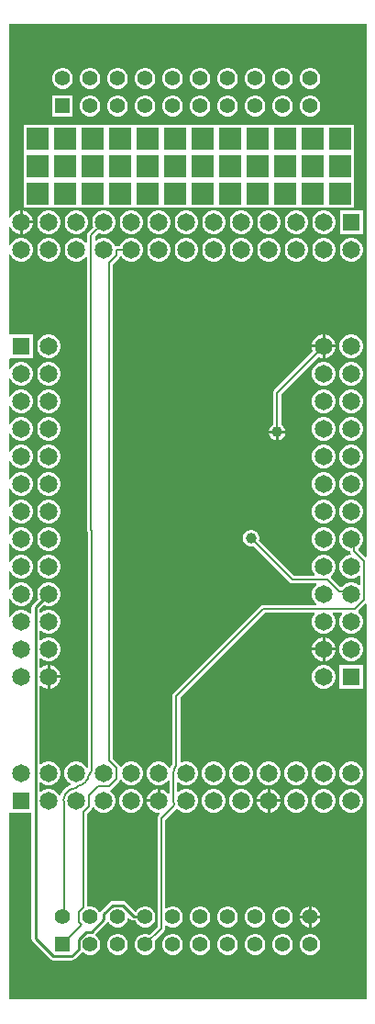
<source format=gbr>
%TF.GenerationSoftware,Altium Limited,Altium Designer,23.4.1 (23)*%
G04 Layer_Physical_Order=2*
G04 Layer_Color=16711680*
%FSLAX45Y45*%
%MOMM*%
%TF.SameCoordinates,7ABC1050-9991-4EB7-8225-191FA7049C92*%
%TF.FilePolarity,Positive*%
%TF.FileFunction,Copper,L2,Bot,Signal*%
%TF.Part,Single*%
G01*
G75*
%TA.AperFunction,Conductor*%
%ADD10C,0.20000*%
%ADD15C,0.25400*%
%TA.AperFunction,ComponentPad*%
%ADD16R,1.65000X1.65000*%
%ADD17C,1.65000*%
%ADD18R,1.65000X1.65000*%
%ADD19R,1.39000X1.39000*%
%ADD20C,1.39000*%
%TA.AperFunction,ViaPad*%
%ADD21R,2.00000X2.00000*%
%TA.AperFunction,TestPad*%
%ADD22C,1.00000*%
G36*
X3314700Y4084673D02*
X3302967Y4079813D01*
X3237394Y4145385D01*
X3238700Y4159340D01*
X3239252Y4159658D01*
X3259341Y4179748D01*
X3273547Y4204352D01*
X3280900Y4231795D01*
Y4260205D01*
X3273547Y4287648D01*
X3259341Y4312252D01*
X3239252Y4332341D01*
X3214648Y4346547D01*
X3187205Y4353900D01*
X3158795D01*
X3131352Y4346547D01*
X3106748Y4332341D01*
X3086659Y4312252D01*
X3072453Y4287648D01*
X3065100Y4260205D01*
Y4231795D01*
X3072453Y4204352D01*
X3086659Y4179748D01*
X3106748Y4159658D01*
X3131352Y4145453D01*
X3158795Y4138100D01*
X3162142D01*
Y4133500D01*
X3164890Y4119688D01*
X3169625Y4112600D01*
X3163684Y4099900D01*
X3158795D01*
X3131352Y4092547D01*
X3106748Y4078341D01*
X3086659Y4058252D01*
X3072453Y4033648D01*
X3065100Y4006205D01*
Y3977795D01*
X3072453Y3950352D01*
X3086659Y3925748D01*
X3106748Y3905658D01*
X3131352Y3891453D01*
X3158795Y3884100D01*
X3187205D01*
X3214648Y3891453D01*
X3239252Y3905658D01*
X3243073Y3909480D01*
X3254807Y3904619D01*
Y3825380D01*
X3243073Y3820520D01*
X3239252Y3824341D01*
X3214648Y3838547D01*
X3187205Y3845900D01*
X3158795D01*
X3131352Y3838547D01*
X3106748Y3824341D01*
X3086659Y3804252D01*
X3086340Y3803700D01*
X3072385Y3802394D01*
X2984322Y3890457D01*
X2985252Y3905659D01*
X3005341Y3925748D01*
X3019547Y3950352D01*
X3026900Y3977795D01*
Y4006205D01*
X3019547Y4033648D01*
X3005341Y4058252D01*
X2985252Y4078341D01*
X2960648Y4092547D01*
X2933205Y4099900D01*
X2904795D01*
X2877352Y4092547D01*
X2852748Y4078341D01*
X2832659Y4058252D01*
X2818453Y4033648D01*
X2811100Y4006205D01*
Y3977795D01*
X2818453Y3950352D01*
X2832659Y3925748D01*
X2836480Y3921927D01*
X2831619Y3910193D01*
X2643250D01*
X2320251Y4233193D01*
X2323300Y4244573D01*
Y4264427D01*
X2318162Y4283603D01*
X2308235Y4300797D01*
X2294197Y4314835D01*
X2277003Y4324762D01*
X2257827Y4329900D01*
X2237973D01*
X2218797Y4324762D01*
X2201603Y4314835D01*
X2187565Y4300797D01*
X2177638Y4283603D01*
X2172500Y4264427D01*
Y4244573D01*
X2177638Y4225397D01*
X2187565Y4208203D01*
X2201603Y4194165D01*
X2218797Y4184238D01*
X2237973Y4179100D01*
X2257827D01*
X2269207Y4182149D01*
X2602778Y3848578D01*
X2614488Y3840754D01*
X2628300Y3838007D01*
X2851882D01*
X2855169Y3825739D01*
X2852748Y3824341D01*
X2832659Y3804252D01*
X2818453Y3779648D01*
X2811100Y3752205D01*
Y3723795D01*
X2818453Y3696352D01*
X2832659Y3671748D01*
X2852748Y3651658D01*
X2855169Y3650261D01*
X2851882Y3637993D01*
X2362164D01*
X2348352Y3635246D01*
X2336643Y3627422D01*
X1532978Y2823757D01*
X1525154Y2812048D01*
X1522407Y2798235D01*
Y2173175D01*
X1521919Y2172581D01*
X1507684Y2145949D01*
X1505459Y2138612D01*
X1491707Y2137031D01*
X1482341Y2153252D01*
X1462252Y2173341D01*
X1437648Y2187547D01*
X1410205Y2194900D01*
X1381795D01*
X1354352Y2187547D01*
X1329748Y2173341D01*
X1309659Y2153252D01*
X1295453Y2128648D01*
X1288100Y2101205D01*
Y2072795D01*
X1295453Y2045352D01*
X1309659Y2020748D01*
X1329748Y2000658D01*
X1354352Y1986453D01*
X1381795Y1979100D01*
X1410205D01*
X1437648Y1986453D01*
X1462252Y2000658D01*
X1482341Y2020748D01*
X1483739Y2023169D01*
X1496007Y2019882D01*
Y1900118D01*
X1483739Y1896831D01*
X1482341Y1899252D01*
X1462252Y1919341D01*
X1437648Y1933547D01*
X1410205Y1940900D01*
X1408700D01*
Y1833000D01*
X1396000D01*
Y1820300D01*
X1288100D01*
Y1818795D01*
X1295453Y1791352D01*
X1309659Y1766748D01*
X1329748Y1746658D01*
X1354352Y1732453D01*
X1381795Y1725100D01*
X1402095D01*
X1407356Y1712400D01*
X1393578Y1698622D01*
X1385754Y1686912D01*
X1383007Y1673100D01*
Y672050D01*
X1307111Y596155D01*
X1306630Y596433D01*
X1282494Y602900D01*
X1257506D01*
X1233370Y596433D01*
X1211730Y583939D01*
X1194061Y566270D01*
X1181567Y544630D01*
X1175100Y520494D01*
Y495506D01*
X1181567Y471370D01*
X1194061Y449730D01*
X1211730Y432061D01*
X1233370Y419567D01*
X1257506Y413100D01*
X1282494D01*
X1306630Y419567D01*
X1328270Y432061D01*
X1345939Y449730D01*
X1358433Y471370D01*
X1364900Y495506D01*
Y520494D01*
X1358433Y544630D01*
X1358155Y545111D01*
X1444622Y631578D01*
X1452446Y643288D01*
X1455193Y657100D01*
Y680519D01*
X1467893Y684812D01*
X1487370Y673567D01*
X1511506Y667100D01*
X1536494D01*
X1560630Y673567D01*
X1582270Y686061D01*
X1599939Y703730D01*
X1612433Y725370D01*
X1618900Y749506D01*
Y774494D01*
X1612433Y798630D01*
X1599939Y820270D01*
X1582270Y837939D01*
X1560630Y850433D01*
X1536494Y856900D01*
X1511506D01*
X1487370Y850433D01*
X1467893Y839188D01*
X1455193Y843481D01*
Y1658150D01*
X1563725Y1766681D01*
X1583748Y1746658D01*
X1608352Y1732453D01*
X1635795Y1725100D01*
X1664205D01*
X1691648Y1732453D01*
X1716252Y1746658D01*
X1736341Y1766748D01*
X1750547Y1791352D01*
X1757900Y1818795D01*
Y1847205D01*
X1750547Y1874648D01*
X1736341Y1899252D01*
X1716252Y1919341D01*
X1691648Y1933547D01*
X1664205Y1940900D01*
X1635795D01*
X1608352Y1933547D01*
X1583748Y1919341D01*
X1579927Y1915520D01*
X1568193Y1920380D01*
Y1999619D01*
X1579927Y2004480D01*
X1583748Y2000658D01*
X1608352Y1986453D01*
X1635795Y1979100D01*
X1664205D01*
X1691648Y1986453D01*
X1716252Y2000658D01*
X1736341Y2020748D01*
X1750547Y2045352D01*
X1757900Y2072795D01*
Y2101205D01*
X1750547Y2128648D01*
X1736341Y2153252D01*
X1716252Y2173341D01*
X1691648Y2187547D01*
X1664205Y2194900D01*
X1635795D01*
X1608352Y2187547D01*
X1605592Y2185953D01*
X1594593Y2192303D01*
Y2783285D01*
X2377115Y3565806D01*
X2831619D01*
X2836480Y3554073D01*
X2832659Y3550252D01*
X2818453Y3525648D01*
X2811100Y3498205D01*
Y3469795D01*
X2818453Y3442352D01*
X2832659Y3417748D01*
X2852748Y3397658D01*
X2877352Y3383453D01*
X2904795Y3376100D01*
X2933205D01*
X2960648Y3383453D01*
X2985252Y3397658D01*
X3005341Y3417748D01*
X3019547Y3442352D01*
X3026900Y3469795D01*
Y3498205D01*
X3019547Y3525648D01*
X3005341Y3550252D01*
X3001520Y3554073D01*
X3006381Y3565806D01*
X3085619D01*
X3090480Y3554073D01*
X3086659Y3550252D01*
X3072453Y3525648D01*
X3065100Y3498205D01*
Y3469795D01*
X3072453Y3442352D01*
X3086659Y3417748D01*
X3106748Y3397658D01*
X3131352Y3383453D01*
X3158795Y3376100D01*
X3187205D01*
X3214648Y3383453D01*
X3239252Y3397658D01*
X3259341Y3417748D01*
X3273547Y3442352D01*
X3280900Y3469795D01*
Y3498205D01*
X3273547Y3525648D01*
X3259341Y3550252D01*
X3239252Y3570341D01*
X3238322Y3585543D01*
X3302967Y3650187D01*
X3314700Y3645327D01*
Y0D01*
X12700D01*
Y1714637D01*
X18100Y1725100D01*
X25400Y1725100D01*
X220554D01*
Y563718D01*
X223511Y548853D01*
X231931Y536250D01*
X395250Y372931D01*
X407853Y364511D01*
X422718Y361554D01*
X593282D01*
X608147Y364511D01*
X620750Y372931D01*
X681869Y434050D01*
X684267Y437640D01*
X696906Y438885D01*
X703730Y432061D01*
X725370Y419567D01*
X749506Y413100D01*
X774494D01*
X798630Y419567D01*
X820270Y432061D01*
X837939Y449730D01*
X850433Y471370D01*
X856900Y495506D01*
Y520494D01*
X850433Y544630D01*
X837939Y566270D01*
X820270Y583939D01*
X812663Y588331D01*
X811039Y603933D01*
X916469Y709362D01*
X919514Y713919D01*
X934461Y713430D01*
X940061Y703730D01*
X957730Y686061D01*
X979370Y673567D01*
X1003506Y667100D01*
X1028494D01*
X1052630Y673567D01*
X1074270Y686061D01*
X1091939Y703730D01*
X1104433Y725370D01*
X1110238Y747034D01*
X1122281Y752951D01*
X1134931Y740301D01*
X1147534Y731880D01*
X1162400Y728923D01*
X1180615D01*
X1181567Y725370D01*
X1194061Y703730D01*
X1211730Y686061D01*
X1233370Y673567D01*
X1257506Y667100D01*
X1282494D01*
X1306630Y673567D01*
X1328270Y686061D01*
X1345939Y703730D01*
X1358433Y725370D01*
X1364900Y749506D01*
Y774494D01*
X1358433Y798630D01*
X1345939Y820270D01*
X1328270Y837939D01*
X1306630Y850433D01*
X1282494Y856900D01*
X1257506D01*
X1233370Y850433D01*
X1211730Y837939D01*
X1194061Y820270D01*
X1189097Y811671D01*
X1174826Y810281D01*
X1088038Y897069D01*
X1075435Y905489D01*
X1060569Y908446D01*
X971431D01*
X956565Y905489D01*
X943962Y897069D01*
X861531Y814638D01*
X858486Y810081D01*
X843539Y810570D01*
X837939Y820270D01*
X820270Y837939D01*
X798630Y850433D01*
X774494Y856900D01*
X749506D01*
X744669Y855604D01*
X734593Y863335D01*
Y1715814D01*
X777422Y1758642D01*
X785246Y1770352D01*
X798549Y1772133D01*
X801659Y1766748D01*
X821748Y1746658D01*
X846352Y1732453D01*
X873795Y1725100D01*
X902205D01*
X929648Y1732453D01*
X954252Y1746658D01*
X974341Y1766748D01*
X988547Y1791352D01*
X995900Y1818795D01*
Y1847205D01*
X988547Y1874648D01*
X974341Y1899252D01*
X954252Y1919341D01*
X948867Y1922451D01*
X950648Y1935754D01*
X962357Y1943578D01*
X1031422Y2012642D01*
X1039246Y2024352D01*
X1052549Y2026133D01*
X1055659Y2020748D01*
X1075748Y2000658D01*
X1100352Y1986453D01*
X1127795Y1979100D01*
X1156205D01*
X1183648Y1986453D01*
X1208252Y2000658D01*
X1228341Y2020748D01*
X1242547Y2045352D01*
X1249900Y2072795D01*
Y2101205D01*
X1242547Y2128648D01*
X1228341Y2153252D01*
X1208252Y2173341D01*
X1183648Y2187547D01*
X1156205Y2194900D01*
X1127795D01*
X1100352Y2187547D01*
X1075748Y2173341D01*
X1055659Y2153252D01*
X1052549Y2147866D01*
X1039246Y2149648D01*
X1031422Y2161357D01*
X972929Y2219850D01*
Y6779150D01*
X1032422Y6838642D01*
X1040246Y6850352D01*
X1053549Y6852133D01*
X1056659Y6846748D01*
X1076748Y6826658D01*
X1101352Y6812453D01*
X1128795Y6805100D01*
X1157205D01*
X1184648Y6812453D01*
X1209252Y6826658D01*
X1229341Y6846748D01*
X1243547Y6871352D01*
X1250900Y6898795D01*
Y6927205D01*
X1243547Y6954648D01*
X1229341Y6979252D01*
X1209252Y6999341D01*
X1184648Y7013547D01*
X1157205Y7020900D01*
X1128795D01*
X1101352Y7013547D01*
X1076748Y6999341D01*
X1056659Y6979252D01*
X1042453Y6954648D01*
X1040965Y6949093D01*
X1006900D01*
X993088Y6946346D01*
X989963Y6953094D01*
X989547Y6954648D01*
X975341Y6979252D01*
X955252Y6999341D01*
X930648Y7013547D01*
X903205Y7020900D01*
X874795D01*
X847352Y7013547D01*
X822748Y6999341D01*
X818927Y6995520D01*
X807193Y7000380D01*
Y7034150D01*
X842372Y7069328D01*
X847352Y7066453D01*
X874795Y7059100D01*
X903205D01*
X930648Y7066453D01*
X955252Y7080658D01*
X975341Y7100748D01*
X989547Y7125352D01*
X996900Y7152795D01*
Y7181205D01*
X989547Y7208648D01*
X975341Y7233252D01*
X955252Y7253341D01*
X930648Y7267547D01*
X903205Y7274900D01*
X874795D01*
X847352Y7267547D01*
X822748Y7253341D01*
X802659Y7233252D01*
X788453Y7208648D01*
X781100Y7181205D01*
Y7152795D01*
X788453Y7125352D01*
X791328Y7120372D01*
X745578Y7074622D01*
X737754Y7062912D01*
X735007Y7049100D01*
Y6980118D01*
X722739Y6976831D01*
X721341Y6979252D01*
X701252Y6999341D01*
X676648Y7013547D01*
X649205Y7020900D01*
X620795D01*
X593352Y7013547D01*
X568748Y6999341D01*
X548659Y6979252D01*
X534453Y6954648D01*
X527100Y6927205D01*
Y6898795D01*
X534453Y6871352D01*
X548659Y6846748D01*
X568748Y6826658D01*
X593352Y6812453D01*
X620795Y6805100D01*
X649205D01*
X676648Y6812453D01*
X701252Y6826658D01*
X721341Y6846748D01*
X722739Y6849169D01*
X735007Y6845882D01*
Y4334300D01*
X737754Y4320488D01*
X742207Y4313824D01*
Y2140781D01*
X729507Y2137378D01*
X720341Y2153252D01*
X700252Y2173341D01*
X675648Y2187547D01*
X648205Y2194900D01*
X619795D01*
X592352Y2187547D01*
X567748Y2173341D01*
X547659Y2153252D01*
X533453Y2128648D01*
X526100Y2101205D01*
Y2072795D01*
X533453Y2045352D01*
X547659Y2020748D01*
X567748Y2000658D01*
X583969Y1991293D01*
X582387Y1977541D01*
X575051Y1975316D01*
X548419Y1961081D01*
X525076Y1941924D01*
X505919Y1918581D01*
X491684Y1891949D01*
X489459Y1884612D01*
X475707Y1883031D01*
X466341Y1899252D01*
X446252Y1919341D01*
X421648Y1933547D01*
X394205Y1940900D01*
X365795D01*
X338352Y1933547D01*
X313748Y1919341D01*
X309980Y1915573D01*
X298247Y1920434D01*
Y1999566D01*
X309980Y2004427D01*
X313748Y2000658D01*
X338352Y1986453D01*
X365795Y1979100D01*
X394205D01*
X421648Y1986453D01*
X446252Y2000658D01*
X466341Y2020748D01*
X480547Y2045352D01*
X487900Y2072795D01*
Y2101205D01*
X480547Y2128648D01*
X466341Y2153252D01*
X446252Y2173341D01*
X421648Y2187547D01*
X394205Y2194900D01*
X365795D01*
X338352Y2187547D01*
X313748Y2173341D01*
X309980Y2169573D01*
X298247Y2174434D01*
Y2889566D01*
X309980Y2894427D01*
X314748Y2889658D01*
X339352Y2875453D01*
X366795Y2868100D01*
X368300D01*
Y2976000D01*
Y3083900D01*
X366795D01*
X339352Y3076547D01*
X314748Y3062341D01*
X309980Y3057573D01*
X298247Y3062434D01*
Y3143566D01*
X309980Y3148427D01*
X314748Y3143658D01*
X339352Y3129453D01*
X366795Y3122100D01*
X395205D01*
X422648Y3129453D01*
X447252Y3143658D01*
X467341Y3163748D01*
X481547Y3188352D01*
X488900Y3215795D01*
Y3244205D01*
X481547Y3271648D01*
X467341Y3296252D01*
X447252Y3316341D01*
X422648Y3330547D01*
X395205Y3337900D01*
X366795D01*
X339352Y3330547D01*
X314748Y3316341D01*
X309980Y3311573D01*
X298247Y3316434D01*
Y3397566D01*
X309980Y3402427D01*
X314748Y3397658D01*
X339352Y3383453D01*
X366795Y3376100D01*
X395205D01*
X422648Y3383453D01*
X447252Y3397658D01*
X467341Y3417748D01*
X481547Y3442352D01*
X488900Y3469795D01*
Y3498205D01*
X481547Y3525648D01*
X467341Y3550252D01*
X447252Y3570341D01*
X422648Y3584547D01*
X395205Y3591900D01*
X366795D01*
X339352Y3584547D01*
X314748Y3570341D01*
X309980Y3565573D01*
X298247Y3570434D01*
Y3600309D01*
X336840Y3638903D01*
X339352Y3637453D01*
X366795Y3630100D01*
X395205D01*
X422648Y3637453D01*
X447252Y3651658D01*
X467341Y3671748D01*
X481547Y3696352D01*
X488900Y3723795D01*
Y3752205D01*
X481547Y3779648D01*
X467341Y3804252D01*
X447252Y3824341D01*
X422648Y3838547D01*
X395205Y3845900D01*
X366795D01*
X339352Y3838547D01*
X314748Y3824341D01*
X294659Y3804252D01*
X280453Y3779648D01*
X273100Y3752205D01*
Y3723795D01*
X280453Y3696352D01*
X281903Y3693840D01*
X231931Y3643869D01*
X223511Y3631266D01*
X220554Y3616400D01*
Y3561000D01*
X207854Y3555740D01*
X193252Y3570341D01*
X168648Y3584547D01*
X141205Y3591900D01*
X112795D01*
X85352Y3584547D01*
X60748Y3570341D01*
X40659Y3550252D01*
X26453Y3525648D01*
X25400Y3521718D01*
X12700Y3523390D01*
Y3698610D01*
X25400Y3700282D01*
X26453Y3696352D01*
X40659Y3671748D01*
X60748Y3651658D01*
X85352Y3637453D01*
X112795Y3630100D01*
X141205D01*
X168648Y3637453D01*
X193252Y3651658D01*
X213341Y3671748D01*
X227547Y3696352D01*
X234900Y3723795D01*
Y3752205D01*
X227547Y3779648D01*
X213341Y3804252D01*
X193252Y3824341D01*
X168648Y3838547D01*
X141205Y3845900D01*
X112795D01*
X85352Y3838547D01*
X60748Y3824341D01*
X40659Y3804252D01*
X26453Y3779648D01*
X25400Y3775718D01*
X12700Y3777390D01*
Y3952610D01*
X25400Y3954282D01*
X26453Y3950352D01*
X40659Y3925748D01*
X60748Y3905658D01*
X85352Y3891453D01*
X112795Y3884100D01*
X141205D01*
X168648Y3891453D01*
X193252Y3905658D01*
X213341Y3925748D01*
X227547Y3950352D01*
X234900Y3977795D01*
Y4006205D01*
X227547Y4033648D01*
X213341Y4058252D01*
X193252Y4078341D01*
X168648Y4092547D01*
X141205Y4099900D01*
X112795D01*
X85352Y4092547D01*
X60748Y4078341D01*
X40659Y4058252D01*
X26453Y4033648D01*
X25400Y4029718D01*
X12700Y4031390D01*
Y4206610D01*
X25400Y4208282D01*
X26453Y4204352D01*
X40659Y4179748D01*
X60748Y4159658D01*
X85352Y4145453D01*
X112795Y4138100D01*
X141205D01*
X168648Y4145453D01*
X193252Y4159658D01*
X213341Y4179748D01*
X227547Y4204352D01*
X234900Y4231795D01*
Y4260205D01*
X227547Y4287648D01*
X213341Y4312252D01*
X193252Y4332341D01*
X168648Y4346547D01*
X141205Y4353900D01*
X112795D01*
X85352Y4346547D01*
X60748Y4332341D01*
X40659Y4312252D01*
X26453Y4287648D01*
X25400Y4283718D01*
X12700Y4285390D01*
Y4460610D01*
X25400Y4462282D01*
X26453Y4458352D01*
X40659Y4433748D01*
X60748Y4413658D01*
X85352Y4399453D01*
X112795Y4392100D01*
X141205D01*
X168648Y4399453D01*
X193252Y4413658D01*
X213341Y4433748D01*
X227547Y4458352D01*
X234900Y4485795D01*
Y4514205D01*
X227547Y4541648D01*
X213341Y4566252D01*
X193252Y4586341D01*
X168648Y4600547D01*
X141205Y4607900D01*
X112795D01*
X85352Y4600547D01*
X60748Y4586341D01*
X40659Y4566252D01*
X26453Y4541648D01*
X25400Y4537718D01*
X12700Y4539390D01*
Y4714610D01*
X25400Y4716282D01*
X26453Y4712352D01*
X40659Y4687748D01*
X60748Y4667658D01*
X85352Y4653453D01*
X112795Y4646100D01*
X141205D01*
X168648Y4653453D01*
X193252Y4667658D01*
X213341Y4687748D01*
X227547Y4712352D01*
X234900Y4739795D01*
Y4768205D01*
X227547Y4795648D01*
X213341Y4820252D01*
X193252Y4840341D01*
X168648Y4854547D01*
X141205Y4861900D01*
X112795D01*
X85352Y4854547D01*
X60748Y4840341D01*
X40659Y4820252D01*
X26453Y4795648D01*
X25400Y4791718D01*
X12700Y4793390D01*
Y4968610D01*
X25400Y4970282D01*
X26453Y4966352D01*
X40659Y4941748D01*
X60748Y4921658D01*
X85352Y4907453D01*
X112795Y4900100D01*
X141205D01*
X168648Y4907453D01*
X193252Y4921658D01*
X213341Y4941748D01*
X227547Y4966352D01*
X234900Y4993795D01*
Y5022205D01*
X227547Y5049648D01*
X213341Y5074252D01*
X193252Y5094341D01*
X168648Y5108547D01*
X141205Y5115900D01*
X112795D01*
X85352Y5108547D01*
X60748Y5094341D01*
X40659Y5074252D01*
X26453Y5049648D01*
X25400Y5045718D01*
X12700Y5047390D01*
Y5222610D01*
X25400Y5224282D01*
X26453Y5220352D01*
X40659Y5195748D01*
X60748Y5175658D01*
X85352Y5161453D01*
X112795Y5154100D01*
X141205D01*
X168648Y5161453D01*
X193252Y5175658D01*
X213341Y5195748D01*
X227547Y5220352D01*
X234900Y5247795D01*
Y5276205D01*
X227547Y5303648D01*
X213341Y5328252D01*
X193252Y5348341D01*
X168648Y5362547D01*
X141205Y5369900D01*
X112795D01*
X85352Y5362547D01*
X60748Y5348341D01*
X40659Y5328252D01*
X26453Y5303648D01*
X25400Y5299718D01*
X12700Y5301390D01*
Y5476610D01*
X25400Y5478282D01*
X26453Y5474352D01*
X40659Y5449748D01*
X60748Y5429658D01*
X85352Y5415453D01*
X112795Y5408100D01*
X141205D01*
X168648Y5415453D01*
X193252Y5429658D01*
X213341Y5449748D01*
X227547Y5474352D01*
X234900Y5501795D01*
Y5530205D01*
X227547Y5557648D01*
X213341Y5582252D01*
X193252Y5602341D01*
X168648Y5616547D01*
X141205Y5623900D01*
X112795D01*
X85352Y5616547D01*
X60748Y5602341D01*
X40659Y5582252D01*
X26453Y5557648D01*
X25400Y5553718D01*
X12700Y5555390D01*
Y5730610D01*
X25400Y5732282D01*
X26453Y5728352D01*
X40659Y5703748D01*
X60748Y5683658D01*
X85352Y5669453D01*
X112795Y5662100D01*
X141205D01*
X168648Y5669453D01*
X193252Y5683658D01*
X213341Y5703748D01*
X227547Y5728352D01*
X234900Y5755795D01*
Y5784205D01*
X227547Y5811648D01*
X213341Y5836252D01*
X193252Y5856341D01*
X168648Y5870547D01*
X141205Y5877900D01*
X112795D01*
X85352Y5870547D01*
X60748Y5856341D01*
X40659Y5836252D01*
X26453Y5811648D01*
X25400Y5807718D01*
X12700Y5809390D01*
Y5906051D01*
X19100Y5916100D01*
X25400Y5916100D01*
X234900D01*
Y6131900D01*
X25400D01*
X19100Y6131900D01*
X12700Y6141949D01*
Y6873610D01*
X25400Y6875282D01*
X26453Y6871352D01*
X40659Y6846748D01*
X60748Y6826658D01*
X85352Y6812453D01*
X112795Y6805100D01*
X141205D01*
X168648Y6812453D01*
X193252Y6826658D01*
X213341Y6846748D01*
X227547Y6871352D01*
X234900Y6898795D01*
Y6927205D01*
X227547Y6954648D01*
X213341Y6979252D01*
X193252Y6999341D01*
X168648Y7013547D01*
X141205Y7020900D01*
X112795D01*
X85352Y7013547D01*
X60748Y6999341D01*
X40659Y6979252D01*
X26453Y6954648D01*
X25400Y6950718D01*
X12700Y6952390D01*
Y7127610D01*
X25400Y7129282D01*
X26453Y7125352D01*
X40659Y7100748D01*
X60748Y7080658D01*
X85352Y7066453D01*
X112795Y7059100D01*
X114300D01*
Y7167000D01*
Y7274900D01*
X112795D01*
X85352Y7267547D01*
X60748Y7253341D01*
X40659Y7233252D01*
X26453Y7208648D01*
X25400Y7204718D01*
X12700Y7206390D01*
Y8991600D01*
X3314700D01*
Y4084673D01*
D02*
G37*
%LPC*%
G36*
X2806494Y8586900D02*
X2781506D01*
X2757370Y8580433D01*
X2735730Y8567939D01*
X2718061Y8550270D01*
X2705567Y8528630D01*
X2699100Y8504494D01*
Y8479506D01*
X2705567Y8455370D01*
X2718061Y8433730D01*
X2735730Y8416061D01*
X2757370Y8403567D01*
X2781506Y8397100D01*
X2806494D01*
X2830630Y8403567D01*
X2852270Y8416061D01*
X2869939Y8433730D01*
X2882433Y8455370D01*
X2888900Y8479506D01*
Y8504494D01*
X2882433Y8528630D01*
X2869939Y8550270D01*
X2852270Y8567939D01*
X2830630Y8580433D01*
X2806494Y8586900D01*
D02*
G37*
G36*
X2552494D02*
X2527506D01*
X2503370Y8580433D01*
X2481730Y8567939D01*
X2464061Y8550270D01*
X2451567Y8528630D01*
X2445100Y8504494D01*
Y8479506D01*
X2451567Y8455370D01*
X2464061Y8433730D01*
X2481730Y8416061D01*
X2503370Y8403567D01*
X2527506Y8397100D01*
X2552494D01*
X2576630Y8403567D01*
X2598270Y8416061D01*
X2615939Y8433730D01*
X2628433Y8455370D01*
X2634900Y8479506D01*
Y8504494D01*
X2628433Y8528630D01*
X2615939Y8550270D01*
X2598270Y8567939D01*
X2576630Y8580433D01*
X2552494Y8586900D01*
D02*
G37*
G36*
X2298494D02*
X2273506D01*
X2249370Y8580433D01*
X2227730Y8567939D01*
X2210061Y8550270D01*
X2197567Y8528630D01*
X2191100Y8504494D01*
Y8479506D01*
X2197567Y8455370D01*
X2210061Y8433730D01*
X2227730Y8416061D01*
X2249370Y8403567D01*
X2273506Y8397100D01*
X2298494D01*
X2322630Y8403567D01*
X2344270Y8416061D01*
X2361939Y8433730D01*
X2374433Y8455370D01*
X2380900Y8479506D01*
Y8504494D01*
X2374433Y8528630D01*
X2361939Y8550270D01*
X2344270Y8567939D01*
X2322630Y8580433D01*
X2298494Y8586900D01*
D02*
G37*
G36*
X2044494D02*
X2019506D01*
X1995370Y8580433D01*
X1973730Y8567939D01*
X1956061Y8550270D01*
X1943567Y8528630D01*
X1937100Y8504494D01*
Y8479506D01*
X1943567Y8455370D01*
X1956061Y8433730D01*
X1973730Y8416061D01*
X1995370Y8403567D01*
X2019506Y8397100D01*
X2044494D01*
X2068630Y8403567D01*
X2090270Y8416061D01*
X2107939Y8433730D01*
X2120433Y8455370D01*
X2126900Y8479506D01*
Y8504494D01*
X2120433Y8528630D01*
X2107939Y8550270D01*
X2090270Y8567939D01*
X2068630Y8580433D01*
X2044494Y8586900D01*
D02*
G37*
G36*
X1790494D02*
X1765506D01*
X1741370Y8580433D01*
X1719730Y8567939D01*
X1702061Y8550270D01*
X1689567Y8528630D01*
X1683100Y8504494D01*
Y8479506D01*
X1689567Y8455370D01*
X1702061Y8433730D01*
X1719730Y8416061D01*
X1741370Y8403567D01*
X1765506Y8397100D01*
X1790494D01*
X1814630Y8403567D01*
X1836270Y8416061D01*
X1853939Y8433730D01*
X1866433Y8455370D01*
X1872900Y8479506D01*
Y8504494D01*
X1866433Y8528630D01*
X1853939Y8550270D01*
X1836270Y8567939D01*
X1814630Y8580433D01*
X1790494Y8586900D01*
D02*
G37*
G36*
X1536494D02*
X1511506D01*
X1487370Y8580433D01*
X1465730Y8567939D01*
X1448061Y8550270D01*
X1435567Y8528630D01*
X1429100Y8504494D01*
Y8479506D01*
X1435567Y8455370D01*
X1448061Y8433730D01*
X1465730Y8416061D01*
X1487370Y8403567D01*
X1511506Y8397100D01*
X1536494D01*
X1560630Y8403567D01*
X1582270Y8416061D01*
X1599939Y8433730D01*
X1612433Y8455370D01*
X1618900Y8479506D01*
Y8504494D01*
X1612433Y8528630D01*
X1599939Y8550270D01*
X1582270Y8567939D01*
X1560630Y8580433D01*
X1536494Y8586900D01*
D02*
G37*
G36*
X1282494D02*
X1257506D01*
X1233370Y8580433D01*
X1211730Y8567939D01*
X1194061Y8550270D01*
X1181567Y8528630D01*
X1175100Y8504494D01*
Y8479506D01*
X1181567Y8455370D01*
X1194061Y8433730D01*
X1211730Y8416061D01*
X1233370Y8403567D01*
X1257506Y8397100D01*
X1282494D01*
X1306630Y8403567D01*
X1328270Y8416061D01*
X1345939Y8433730D01*
X1358433Y8455370D01*
X1364900Y8479506D01*
Y8504494D01*
X1358433Y8528630D01*
X1345939Y8550270D01*
X1328270Y8567939D01*
X1306630Y8580433D01*
X1282494Y8586900D01*
D02*
G37*
G36*
X1028494D02*
X1003506D01*
X979370Y8580433D01*
X957730Y8567939D01*
X940061Y8550270D01*
X927567Y8528630D01*
X921100Y8504494D01*
Y8479506D01*
X927567Y8455370D01*
X940061Y8433730D01*
X957730Y8416061D01*
X979370Y8403567D01*
X1003506Y8397100D01*
X1028494D01*
X1052630Y8403567D01*
X1074270Y8416061D01*
X1091939Y8433730D01*
X1104433Y8455370D01*
X1110900Y8479506D01*
Y8504494D01*
X1104433Y8528630D01*
X1091939Y8550270D01*
X1074270Y8567939D01*
X1052630Y8580433D01*
X1028494Y8586900D01*
D02*
G37*
G36*
X774494D02*
X749506D01*
X725370Y8580433D01*
X703730Y8567939D01*
X686061Y8550270D01*
X673567Y8528630D01*
X667100Y8504494D01*
Y8479506D01*
X673567Y8455370D01*
X686061Y8433730D01*
X703730Y8416061D01*
X725370Y8403567D01*
X749506Y8397100D01*
X774494D01*
X798630Y8403567D01*
X820270Y8416061D01*
X837939Y8433730D01*
X850433Y8455370D01*
X856900Y8479506D01*
Y8504494D01*
X850433Y8528630D01*
X837939Y8550270D01*
X820270Y8567939D01*
X798630Y8580433D01*
X774494Y8586900D01*
D02*
G37*
G36*
X520494D02*
X495506D01*
X471370Y8580433D01*
X449730Y8567939D01*
X432061Y8550270D01*
X419567Y8528630D01*
X413100Y8504494D01*
Y8479506D01*
X419567Y8455370D01*
X432061Y8433730D01*
X449730Y8416061D01*
X471370Y8403567D01*
X495506Y8397100D01*
X520494D01*
X544630Y8403567D01*
X566270Y8416061D01*
X583939Y8433730D01*
X596433Y8455370D01*
X602900Y8479506D01*
Y8504494D01*
X596433Y8528630D01*
X583939Y8550270D01*
X566270Y8567939D01*
X544630Y8580433D01*
X520494Y8586900D01*
D02*
G37*
G36*
X2806494Y8332900D02*
X2781506D01*
X2757370Y8326433D01*
X2735730Y8313939D01*
X2718061Y8296270D01*
X2705567Y8274630D01*
X2699100Y8250494D01*
Y8225506D01*
X2705567Y8201370D01*
X2718061Y8179730D01*
X2735730Y8162061D01*
X2757370Y8149567D01*
X2781506Y8143100D01*
X2806494D01*
X2830630Y8149567D01*
X2852270Y8162061D01*
X2869939Y8179730D01*
X2882433Y8201370D01*
X2888900Y8225506D01*
Y8250494D01*
X2882433Y8274630D01*
X2869939Y8296270D01*
X2852270Y8313939D01*
X2830630Y8326433D01*
X2806494Y8332900D01*
D02*
G37*
G36*
X2552494D02*
X2527506D01*
X2503370Y8326433D01*
X2481730Y8313939D01*
X2464061Y8296270D01*
X2451567Y8274630D01*
X2445100Y8250494D01*
Y8225506D01*
X2451567Y8201370D01*
X2464061Y8179730D01*
X2481730Y8162061D01*
X2503370Y8149567D01*
X2527506Y8143100D01*
X2552494D01*
X2576630Y8149567D01*
X2598270Y8162061D01*
X2615939Y8179730D01*
X2628433Y8201370D01*
X2634900Y8225506D01*
Y8250494D01*
X2628433Y8274630D01*
X2615939Y8296270D01*
X2598270Y8313939D01*
X2576630Y8326433D01*
X2552494Y8332900D01*
D02*
G37*
G36*
X2298494D02*
X2273506D01*
X2249370Y8326433D01*
X2227730Y8313939D01*
X2210061Y8296270D01*
X2197567Y8274630D01*
X2191100Y8250494D01*
Y8225506D01*
X2197567Y8201370D01*
X2210061Y8179730D01*
X2227730Y8162061D01*
X2249370Y8149567D01*
X2273506Y8143100D01*
X2298494D01*
X2322630Y8149567D01*
X2344270Y8162061D01*
X2361939Y8179730D01*
X2374433Y8201370D01*
X2380900Y8225506D01*
Y8250494D01*
X2374433Y8274630D01*
X2361939Y8296270D01*
X2344270Y8313939D01*
X2322630Y8326433D01*
X2298494Y8332900D01*
D02*
G37*
G36*
X2044494D02*
X2019506D01*
X1995370Y8326433D01*
X1973730Y8313939D01*
X1956061Y8296270D01*
X1943567Y8274630D01*
X1937100Y8250494D01*
Y8225506D01*
X1943567Y8201370D01*
X1956061Y8179730D01*
X1973730Y8162061D01*
X1995370Y8149567D01*
X2019506Y8143100D01*
X2044494D01*
X2068630Y8149567D01*
X2090270Y8162061D01*
X2107939Y8179730D01*
X2120433Y8201370D01*
X2126900Y8225506D01*
Y8250494D01*
X2120433Y8274630D01*
X2107939Y8296270D01*
X2090270Y8313939D01*
X2068630Y8326433D01*
X2044494Y8332900D01*
D02*
G37*
G36*
X1790494D02*
X1765506D01*
X1741370Y8326433D01*
X1719730Y8313939D01*
X1702061Y8296270D01*
X1689567Y8274630D01*
X1683100Y8250494D01*
Y8225506D01*
X1689567Y8201370D01*
X1702061Y8179730D01*
X1719730Y8162061D01*
X1741370Y8149567D01*
X1765506Y8143100D01*
X1790494D01*
X1814630Y8149567D01*
X1836270Y8162061D01*
X1853939Y8179730D01*
X1866433Y8201370D01*
X1872900Y8225506D01*
Y8250494D01*
X1866433Y8274630D01*
X1853939Y8296270D01*
X1836270Y8313939D01*
X1814630Y8326433D01*
X1790494Y8332900D01*
D02*
G37*
G36*
X1536494D02*
X1511506D01*
X1487370Y8326433D01*
X1465730Y8313939D01*
X1448061Y8296270D01*
X1435567Y8274630D01*
X1429100Y8250494D01*
Y8225506D01*
X1435567Y8201370D01*
X1448061Y8179730D01*
X1465730Y8162061D01*
X1487370Y8149567D01*
X1511506Y8143100D01*
X1536494D01*
X1560630Y8149567D01*
X1582270Y8162061D01*
X1599939Y8179730D01*
X1612433Y8201370D01*
X1618900Y8225506D01*
Y8250494D01*
X1612433Y8274630D01*
X1599939Y8296270D01*
X1582270Y8313939D01*
X1560630Y8326433D01*
X1536494Y8332900D01*
D02*
G37*
G36*
X1282494D02*
X1257506D01*
X1233370Y8326433D01*
X1211730Y8313939D01*
X1194061Y8296270D01*
X1181567Y8274630D01*
X1175100Y8250494D01*
Y8225506D01*
X1181567Y8201370D01*
X1194061Y8179730D01*
X1211730Y8162061D01*
X1233370Y8149567D01*
X1257506Y8143100D01*
X1282494D01*
X1306630Y8149567D01*
X1328270Y8162061D01*
X1345939Y8179730D01*
X1358433Y8201370D01*
X1364900Y8225506D01*
Y8250494D01*
X1358433Y8274630D01*
X1345939Y8296270D01*
X1328270Y8313939D01*
X1306630Y8326433D01*
X1282494Y8332900D01*
D02*
G37*
G36*
X1028494D02*
X1003506D01*
X979370Y8326433D01*
X957730Y8313939D01*
X940061Y8296270D01*
X927567Y8274630D01*
X921100Y8250494D01*
Y8225506D01*
X927567Y8201370D01*
X940061Y8179730D01*
X957730Y8162061D01*
X979370Y8149567D01*
X1003506Y8143100D01*
X1028494D01*
X1052630Y8149567D01*
X1074270Y8162061D01*
X1091939Y8179730D01*
X1104433Y8201370D01*
X1110900Y8225506D01*
Y8250494D01*
X1104433Y8274630D01*
X1091939Y8296270D01*
X1074270Y8313939D01*
X1052630Y8326433D01*
X1028494Y8332900D01*
D02*
G37*
G36*
X774494D02*
X749506D01*
X725370Y8326433D01*
X703730Y8313939D01*
X686061Y8296270D01*
X673567Y8274630D01*
X667100Y8250494D01*
Y8225506D01*
X673567Y8201370D01*
X686061Y8179730D01*
X703730Y8162061D01*
X725370Y8149567D01*
X749506Y8143100D01*
X774494D01*
X798630Y8149567D01*
X820270Y8162061D01*
X837939Y8179730D01*
X850433Y8201370D01*
X856900Y8225506D01*
Y8250494D01*
X850433Y8274630D01*
X837939Y8296270D01*
X820270Y8313939D01*
X798630Y8326433D01*
X774494Y8332900D01*
D02*
G37*
G36*
X602900D02*
X413100D01*
Y8143100D01*
X602900D01*
Y8332900D01*
D02*
G37*
G36*
X2948000Y8062900D02*
X2935300Y8062900D01*
X2703500D01*
X2694000Y8062900D01*
X2681300Y8062900D01*
X2449500D01*
X2440000Y8062900D01*
X2427300Y8062900D01*
X2195500D01*
X2186000Y8062900D01*
X2173300Y8062900D01*
X1941500D01*
X1932000Y8062900D01*
X1919300Y8062900D01*
X1687500D01*
X1678000Y8062900D01*
X1665300Y8062900D01*
X1433500D01*
X1424000Y8062900D01*
X1411300Y8062900D01*
X1179500D01*
X1170000Y8062900D01*
X1157300Y8062900D01*
X925500D01*
X916000Y8062900D01*
X903300Y8062900D01*
X671500D01*
X662000Y8062900D01*
X649300Y8062900D01*
X417500D01*
X408000Y8062900D01*
X395300Y8062900D01*
X154000D01*
Y7821600D01*
X154000Y7812100D01*
X154000Y7799400D01*
Y7567600D01*
X154000Y7558100D01*
X154000Y7545400D01*
Y7304100D01*
X395300D01*
X404800Y7304100D01*
X417500Y7304100D01*
X649300D01*
X658800Y7304100D01*
X671500Y7304100D01*
X903300D01*
X912800Y7304100D01*
X925500Y7304100D01*
X1157300D01*
X1166800Y7304100D01*
X1179500Y7304100D01*
X1411300D01*
X1420800Y7304100D01*
X1433500Y7304100D01*
X1665300D01*
X1674800Y7304100D01*
X1687500Y7304100D01*
X1919300D01*
X1928800Y7304100D01*
X1941500Y7304100D01*
X2173300D01*
X2182800Y7304100D01*
X2195500Y7304100D01*
X2427300D01*
X2436800Y7304100D01*
X2449500Y7304100D01*
X2681300D01*
X2690800Y7304100D01*
X2703500Y7304100D01*
X2935300D01*
X2944800Y7304100D01*
X2957500Y7304100D01*
X3198800D01*
Y7545400D01*
X3198800Y7554900D01*
X3198800Y7567600D01*
Y7799400D01*
X3198800Y7808900D01*
X3198800Y7821600D01*
Y8062900D01*
X2957500D01*
X2948000Y8062900D01*
D02*
G37*
G36*
X141205Y7274900D02*
X139700D01*
Y7179700D01*
X234900D01*
Y7181205D01*
X227547Y7208648D01*
X213341Y7233252D01*
X193252Y7253341D01*
X168648Y7267547D01*
X141205Y7274900D01*
D02*
G37*
G36*
X3282900D02*
X3067100D01*
Y7059100D01*
X3282900D01*
Y7274900D01*
D02*
G37*
G36*
X2935205D02*
X2906795D01*
X2879352Y7267547D01*
X2854748Y7253341D01*
X2834659Y7233252D01*
X2820453Y7208648D01*
X2813100Y7181205D01*
Y7152795D01*
X2820453Y7125352D01*
X2834659Y7100748D01*
X2854748Y7080658D01*
X2879352Y7066453D01*
X2906795Y7059100D01*
X2935205D01*
X2962648Y7066453D01*
X2987252Y7080658D01*
X3007341Y7100748D01*
X3021547Y7125352D01*
X3028900Y7152795D01*
Y7181205D01*
X3021547Y7208648D01*
X3007341Y7233252D01*
X2987252Y7253341D01*
X2962648Y7267547D01*
X2935205Y7274900D01*
D02*
G37*
G36*
X2681205D02*
X2652795D01*
X2625352Y7267547D01*
X2600748Y7253341D01*
X2580659Y7233252D01*
X2566453Y7208648D01*
X2559100Y7181205D01*
Y7152795D01*
X2566453Y7125352D01*
X2580659Y7100748D01*
X2600748Y7080658D01*
X2625352Y7066453D01*
X2652795Y7059100D01*
X2681205D01*
X2708648Y7066453D01*
X2733252Y7080658D01*
X2753341Y7100748D01*
X2767547Y7125352D01*
X2774900Y7152795D01*
Y7181205D01*
X2767547Y7208648D01*
X2753341Y7233252D01*
X2733252Y7253341D01*
X2708648Y7267547D01*
X2681205Y7274900D01*
D02*
G37*
G36*
X2427205D02*
X2398795D01*
X2371352Y7267547D01*
X2346748Y7253341D01*
X2326659Y7233252D01*
X2312453Y7208648D01*
X2305100Y7181205D01*
Y7152795D01*
X2312453Y7125352D01*
X2326659Y7100748D01*
X2346748Y7080658D01*
X2371352Y7066453D01*
X2398795Y7059100D01*
X2427205D01*
X2454648Y7066453D01*
X2479252Y7080658D01*
X2499341Y7100748D01*
X2513547Y7125352D01*
X2520900Y7152795D01*
Y7181205D01*
X2513547Y7208648D01*
X2499341Y7233252D01*
X2479252Y7253341D01*
X2454648Y7267547D01*
X2427205Y7274900D01*
D02*
G37*
G36*
X2173205D02*
X2144795D01*
X2117352Y7267547D01*
X2092748Y7253341D01*
X2072659Y7233252D01*
X2058453Y7208648D01*
X2051100Y7181205D01*
Y7152795D01*
X2058453Y7125352D01*
X2072659Y7100748D01*
X2092748Y7080658D01*
X2117352Y7066453D01*
X2144795Y7059100D01*
X2173205D01*
X2200648Y7066453D01*
X2225252Y7080658D01*
X2245341Y7100748D01*
X2259547Y7125352D01*
X2266900Y7152795D01*
Y7181205D01*
X2259547Y7208648D01*
X2245341Y7233252D01*
X2225252Y7253341D01*
X2200648Y7267547D01*
X2173205Y7274900D01*
D02*
G37*
G36*
X1919205D02*
X1890795D01*
X1863352Y7267547D01*
X1838748Y7253341D01*
X1818659Y7233252D01*
X1804453Y7208648D01*
X1797100Y7181205D01*
Y7152795D01*
X1804453Y7125352D01*
X1818659Y7100748D01*
X1838748Y7080658D01*
X1863352Y7066453D01*
X1890795Y7059100D01*
X1919205D01*
X1946648Y7066453D01*
X1971252Y7080658D01*
X1991341Y7100748D01*
X2005547Y7125352D01*
X2012900Y7152795D01*
Y7181205D01*
X2005547Y7208648D01*
X1991341Y7233252D01*
X1971252Y7253341D01*
X1946648Y7267547D01*
X1919205Y7274900D01*
D02*
G37*
G36*
X1665205D02*
X1636795D01*
X1609352Y7267547D01*
X1584748Y7253341D01*
X1564659Y7233252D01*
X1550453Y7208648D01*
X1543100Y7181205D01*
Y7152795D01*
X1550453Y7125352D01*
X1564659Y7100748D01*
X1584748Y7080658D01*
X1609352Y7066453D01*
X1636795Y7059100D01*
X1665205D01*
X1692648Y7066453D01*
X1717252Y7080658D01*
X1737341Y7100748D01*
X1751547Y7125352D01*
X1758900Y7152795D01*
Y7181205D01*
X1751547Y7208648D01*
X1737341Y7233252D01*
X1717252Y7253341D01*
X1692648Y7267547D01*
X1665205Y7274900D01*
D02*
G37*
G36*
X1411205D02*
X1382795D01*
X1355352Y7267547D01*
X1330748Y7253341D01*
X1310659Y7233252D01*
X1296453Y7208648D01*
X1289100Y7181205D01*
Y7152795D01*
X1296453Y7125352D01*
X1310659Y7100748D01*
X1330748Y7080658D01*
X1355352Y7066453D01*
X1382795Y7059100D01*
X1411205D01*
X1438648Y7066453D01*
X1463252Y7080658D01*
X1483341Y7100748D01*
X1497547Y7125352D01*
X1504900Y7152795D01*
Y7181205D01*
X1497547Y7208648D01*
X1483341Y7233252D01*
X1463252Y7253341D01*
X1438648Y7267547D01*
X1411205Y7274900D01*
D02*
G37*
G36*
X1157205D02*
X1128795D01*
X1101352Y7267547D01*
X1076748Y7253341D01*
X1056659Y7233252D01*
X1042453Y7208648D01*
X1035100Y7181205D01*
Y7152795D01*
X1042453Y7125352D01*
X1056659Y7100748D01*
X1076748Y7080658D01*
X1101352Y7066453D01*
X1128795Y7059100D01*
X1157205D01*
X1184648Y7066453D01*
X1209252Y7080658D01*
X1229341Y7100748D01*
X1243547Y7125352D01*
X1250900Y7152795D01*
Y7181205D01*
X1243547Y7208648D01*
X1229341Y7233252D01*
X1209252Y7253341D01*
X1184648Y7267547D01*
X1157205Y7274900D01*
D02*
G37*
G36*
X649205D02*
X620795D01*
X593352Y7267547D01*
X568748Y7253341D01*
X548659Y7233252D01*
X534453Y7208648D01*
X527100Y7181205D01*
Y7152795D01*
X534453Y7125352D01*
X548659Y7100748D01*
X568748Y7080658D01*
X593352Y7066453D01*
X620795Y7059100D01*
X649205D01*
X676648Y7066453D01*
X701252Y7080658D01*
X721341Y7100748D01*
X735547Y7125352D01*
X742900Y7152795D01*
Y7181205D01*
X735547Y7208648D01*
X721341Y7233252D01*
X701252Y7253341D01*
X676648Y7267547D01*
X649205Y7274900D01*
D02*
G37*
G36*
X395205D02*
X366795D01*
X339352Y7267547D01*
X314748Y7253341D01*
X294659Y7233252D01*
X280453Y7208648D01*
X273100Y7181205D01*
Y7152795D01*
X280453Y7125352D01*
X294659Y7100748D01*
X314748Y7080658D01*
X339352Y7066453D01*
X366795Y7059100D01*
X395205D01*
X422648Y7066453D01*
X447252Y7080658D01*
X467341Y7100748D01*
X481547Y7125352D01*
X488900Y7152795D01*
Y7181205D01*
X481547Y7208648D01*
X467341Y7233252D01*
X447252Y7253341D01*
X422648Y7267547D01*
X395205Y7274900D01*
D02*
G37*
G36*
X234900Y7154300D02*
X139700D01*
Y7059100D01*
X141205D01*
X168648Y7066453D01*
X193252Y7080658D01*
X213341Y7100748D01*
X227547Y7125352D01*
X234900Y7152795D01*
Y7154300D01*
D02*
G37*
G36*
X3189205Y7020900D02*
X3160795D01*
X3133352Y7013547D01*
X3108748Y6999341D01*
X3088659Y6979252D01*
X3074453Y6954648D01*
X3067100Y6927205D01*
Y6898795D01*
X3074453Y6871352D01*
X3088659Y6846748D01*
X3108748Y6826658D01*
X3133352Y6812453D01*
X3160795Y6805100D01*
X3189205D01*
X3216648Y6812453D01*
X3241252Y6826658D01*
X3261341Y6846748D01*
X3275547Y6871352D01*
X3282900Y6898795D01*
Y6927205D01*
X3275547Y6954648D01*
X3261341Y6979252D01*
X3241252Y6999341D01*
X3216648Y7013547D01*
X3189205Y7020900D01*
D02*
G37*
G36*
X2935205D02*
X2906795D01*
X2879352Y7013547D01*
X2854748Y6999341D01*
X2834659Y6979252D01*
X2820453Y6954648D01*
X2813100Y6927205D01*
Y6898795D01*
X2820453Y6871352D01*
X2834659Y6846748D01*
X2854748Y6826658D01*
X2879352Y6812453D01*
X2906795Y6805100D01*
X2935205D01*
X2962648Y6812453D01*
X2987252Y6826658D01*
X3007341Y6846748D01*
X3021547Y6871352D01*
X3028900Y6898795D01*
Y6927205D01*
X3021547Y6954648D01*
X3007341Y6979252D01*
X2987252Y6999341D01*
X2962648Y7013547D01*
X2935205Y7020900D01*
D02*
G37*
G36*
X2681205D02*
X2652795D01*
X2625352Y7013547D01*
X2600748Y6999341D01*
X2580659Y6979252D01*
X2566453Y6954648D01*
X2559100Y6927205D01*
Y6898795D01*
X2566453Y6871352D01*
X2580659Y6846748D01*
X2600748Y6826658D01*
X2625352Y6812453D01*
X2652795Y6805100D01*
X2681205D01*
X2708648Y6812453D01*
X2733252Y6826658D01*
X2753341Y6846748D01*
X2767547Y6871352D01*
X2774900Y6898795D01*
Y6927205D01*
X2767547Y6954648D01*
X2753341Y6979252D01*
X2733252Y6999341D01*
X2708648Y7013547D01*
X2681205Y7020900D01*
D02*
G37*
G36*
X2427205D02*
X2398795D01*
X2371352Y7013547D01*
X2346748Y6999341D01*
X2326659Y6979252D01*
X2312453Y6954648D01*
X2305100Y6927205D01*
Y6898795D01*
X2312453Y6871352D01*
X2326659Y6846748D01*
X2346748Y6826658D01*
X2371352Y6812453D01*
X2398795Y6805100D01*
X2427205D01*
X2454648Y6812453D01*
X2479252Y6826658D01*
X2499341Y6846748D01*
X2513547Y6871352D01*
X2520900Y6898795D01*
Y6927205D01*
X2513547Y6954648D01*
X2499341Y6979252D01*
X2479252Y6999341D01*
X2454648Y7013547D01*
X2427205Y7020900D01*
D02*
G37*
G36*
X2173205D02*
X2144795D01*
X2117352Y7013547D01*
X2092748Y6999341D01*
X2072659Y6979252D01*
X2058453Y6954648D01*
X2051100Y6927205D01*
Y6898795D01*
X2058453Y6871352D01*
X2072659Y6846748D01*
X2092748Y6826658D01*
X2117352Y6812453D01*
X2144795Y6805100D01*
X2173205D01*
X2200648Y6812453D01*
X2225252Y6826658D01*
X2245341Y6846748D01*
X2259547Y6871352D01*
X2266900Y6898795D01*
Y6927205D01*
X2259547Y6954648D01*
X2245341Y6979252D01*
X2225252Y6999341D01*
X2200648Y7013547D01*
X2173205Y7020900D01*
D02*
G37*
G36*
X1919205D02*
X1890795D01*
X1863352Y7013547D01*
X1838748Y6999341D01*
X1818659Y6979252D01*
X1804453Y6954648D01*
X1797100Y6927205D01*
Y6898795D01*
X1804453Y6871352D01*
X1818659Y6846748D01*
X1838748Y6826658D01*
X1863352Y6812453D01*
X1890795Y6805100D01*
X1919205D01*
X1946648Y6812453D01*
X1971252Y6826658D01*
X1991341Y6846748D01*
X2005547Y6871352D01*
X2012900Y6898795D01*
Y6927205D01*
X2005547Y6954648D01*
X1991341Y6979252D01*
X1971252Y6999341D01*
X1946648Y7013547D01*
X1919205Y7020900D01*
D02*
G37*
G36*
X1665205D02*
X1636795D01*
X1609352Y7013547D01*
X1584748Y6999341D01*
X1564659Y6979252D01*
X1550453Y6954648D01*
X1543100Y6927205D01*
Y6898795D01*
X1550453Y6871352D01*
X1564659Y6846748D01*
X1584748Y6826658D01*
X1609352Y6812453D01*
X1636795Y6805100D01*
X1665205D01*
X1692648Y6812453D01*
X1717252Y6826658D01*
X1737341Y6846748D01*
X1751547Y6871352D01*
X1758900Y6898795D01*
Y6927205D01*
X1751547Y6954648D01*
X1737341Y6979252D01*
X1717252Y6999341D01*
X1692648Y7013547D01*
X1665205Y7020900D01*
D02*
G37*
G36*
X1411205D02*
X1382795D01*
X1355352Y7013547D01*
X1330748Y6999341D01*
X1310659Y6979252D01*
X1296453Y6954648D01*
X1289100Y6927205D01*
Y6898795D01*
X1296453Y6871352D01*
X1310659Y6846748D01*
X1330748Y6826658D01*
X1355352Y6812453D01*
X1382795Y6805100D01*
X1411205D01*
X1438648Y6812453D01*
X1463252Y6826658D01*
X1483341Y6846748D01*
X1497547Y6871352D01*
X1504900Y6898795D01*
Y6927205D01*
X1497547Y6954648D01*
X1483341Y6979252D01*
X1463252Y6999341D01*
X1438648Y7013547D01*
X1411205Y7020900D01*
D02*
G37*
G36*
X395205D02*
X366795D01*
X339352Y7013547D01*
X314748Y6999341D01*
X294659Y6979252D01*
X280453Y6954648D01*
X273100Y6927205D01*
Y6898795D01*
X280453Y6871352D01*
X294659Y6846748D01*
X314748Y6826658D01*
X339352Y6812453D01*
X366795Y6805100D01*
X395205D01*
X422648Y6812453D01*
X447252Y6826658D01*
X467341Y6846748D01*
X481547Y6871352D01*
X488900Y6898795D01*
Y6927205D01*
X481547Y6954648D01*
X467341Y6979252D01*
X447252Y6999341D01*
X422648Y7013547D01*
X395205Y7020900D01*
D02*
G37*
G36*
X2933205Y6131900D02*
X2931700D01*
Y6036700D01*
X3026900D01*
Y6038205D01*
X3019547Y6065648D01*
X3005341Y6090252D01*
X2985252Y6110341D01*
X2960648Y6124547D01*
X2933205Y6131900D01*
D02*
G37*
G36*
X2906300D02*
X2904795D01*
X2877352Y6124547D01*
X2852748Y6110341D01*
X2832659Y6090252D01*
X2818453Y6065648D01*
X2811100Y6038205D01*
Y6036700D01*
X2906300D01*
Y6131900D01*
D02*
G37*
G36*
X3187205D02*
X3158795D01*
X3131352Y6124547D01*
X3106748Y6110341D01*
X3086659Y6090252D01*
X3072453Y6065648D01*
X3065100Y6038205D01*
Y6009795D01*
X3072453Y5982352D01*
X3086659Y5957748D01*
X3106748Y5937658D01*
X3131352Y5923453D01*
X3158795Y5916100D01*
X3187205D01*
X3214648Y5923453D01*
X3239252Y5937658D01*
X3259341Y5957748D01*
X3273547Y5982352D01*
X3280900Y6009795D01*
Y6038205D01*
X3273547Y6065648D01*
X3259341Y6090252D01*
X3239252Y6110341D01*
X3214648Y6124547D01*
X3187205Y6131900D01*
D02*
G37*
G36*
X3026900Y6011300D02*
X2931700D01*
Y5916100D01*
X2933205D01*
X2960648Y5923453D01*
X2985252Y5937658D01*
X3005341Y5957748D01*
X3019547Y5982352D01*
X3026900Y6009795D01*
Y6011300D01*
D02*
G37*
G36*
X2906300D02*
X2811100D01*
Y6009795D01*
X2818453Y5982352D01*
X2821328Y5977372D01*
X2463678Y5619722D01*
X2455854Y5608012D01*
X2453107Y5594200D01*
Y5298626D01*
X2442903Y5292735D01*
X2428865Y5278697D01*
X2418938Y5261503D01*
X2414543Y5245100D01*
X2563857D01*
X2559462Y5261503D01*
X2549535Y5278697D01*
X2535497Y5292735D01*
X2525293Y5298626D01*
Y5579249D01*
X2872372Y5926328D01*
X2877352Y5923453D01*
X2904795Y5916100D01*
X2906300D01*
Y6011300D01*
D02*
G37*
G36*
X395205Y6131900D02*
X366795D01*
X339352Y6124547D01*
X314748Y6110341D01*
X294659Y6090252D01*
X280453Y6065648D01*
X273100Y6038205D01*
Y6009795D01*
X280453Y5982352D01*
X294659Y5957748D01*
X314748Y5937658D01*
X339352Y5923453D01*
X366795Y5916100D01*
X395205D01*
X422648Y5923453D01*
X447252Y5937658D01*
X467341Y5957748D01*
X481547Y5982352D01*
X488900Y6009795D01*
Y6038205D01*
X481547Y6065648D01*
X467341Y6090252D01*
X447252Y6110341D01*
X422648Y6124547D01*
X395205Y6131900D01*
D02*
G37*
G36*
X3187205Y5877900D02*
X3158795D01*
X3131352Y5870547D01*
X3106748Y5856341D01*
X3086659Y5836252D01*
X3072453Y5811648D01*
X3065100Y5784205D01*
Y5755795D01*
X3072453Y5728352D01*
X3086659Y5703748D01*
X3106748Y5683658D01*
X3131352Y5669453D01*
X3158795Y5662100D01*
X3187205D01*
X3214648Y5669453D01*
X3239252Y5683658D01*
X3259341Y5703748D01*
X3273547Y5728352D01*
X3280900Y5755795D01*
Y5784205D01*
X3273547Y5811648D01*
X3259341Y5836252D01*
X3239252Y5856341D01*
X3214648Y5870547D01*
X3187205Y5877900D01*
D02*
G37*
G36*
X2933205D02*
X2904795D01*
X2877352Y5870547D01*
X2852748Y5856341D01*
X2832659Y5836252D01*
X2818453Y5811648D01*
X2811100Y5784205D01*
Y5755795D01*
X2818453Y5728352D01*
X2832659Y5703748D01*
X2852748Y5683658D01*
X2877352Y5669453D01*
X2904795Y5662100D01*
X2933205D01*
X2960648Y5669453D01*
X2985252Y5683658D01*
X3005341Y5703748D01*
X3019547Y5728352D01*
X3026900Y5755795D01*
Y5784205D01*
X3019547Y5811648D01*
X3005341Y5836252D01*
X2985252Y5856341D01*
X2960648Y5870547D01*
X2933205Y5877900D01*
D02*
G37*
G36*
X395205D02*
X366795D01*
X339352Y5870547D01*
X314748Y5856341D01*
X294659Y5836252D01*
X280453Y5811648D01*
X273100Y5784205D01*
Y5755795D01*
X280453Y5728352D01*
X294659Y5703748D01*
X314748Y5683658D01*
X339352Y5669453D01*
X366795Y5662100D01*
X395205D01*
X422648Y5669453D01*
X447252Y5683658D01*
X467341Y5703748D01*
X481547Y5728352D01*
X488900Y5755795D01*
Y5784205D01*
X481547Y5811648D01*
X467341Y5836252D01*
X447252Y5856341D01*
X422648Y5870547D01*
X395205Y5877900D01*
D02*
G37*
G36*
X3187205Y5623900D02*
X3158795D01*
X3131352Y5616547D01*
X3106748Y5602341D01*
X3086659Y5582252D01*
X3072453Y5557648D01*
X3065100Y5530205D01*
Y5501795D01*
X3072453Y5474352D01*
X3086659Y5449748D01*
X3106748Y5429658D01*
X3131352Y5415453D01*
X3158795Y5408100D01*
X3187205D01*
X3214648Y5415453D01*
X3239252Y5429658D01*
X3259341Y5449748D01*
X3273547Y5474352D01*
X3280900Y5501795D01*
Y5530205D01*
X3273547Y5557648D01*
X3259341Y5582252D01*
X3239252Y5602341D01*
X3214648Y5616547D01*
X3187205Y5623900D01*
D02*
G37*
G36*
X2933205D02*
X2904795D01*
X2877352Y5616547D01*
X2852748Y5602341D01*
X2832659Y5582252D01*
X2818453Y5557648D01*
X2811100Y5530205D01*
Y5501795D01*
X2818453Y5474352D01*
X2832659Y5449748D01*
X2852748Y5429658D01*
X2877352Y5415453D01*
X2904795Y5408100D01*
X2933205D01*
X2960648Y5415453D01*
X2985252Y5429658D01*
X3005341Y5449748D01*
X3019547Y5474352D01*
X3026900Y5501795D01*
Y5530205D01*
X3019547Y5557648D01*
X3005341Y5582252D01*
X2985252Y5602341D01*
X2960648Y5616547D01*
X2933205Y5623900D01*
D02*
G37*
G36*
X395205D02*
X366795D01*
X339352Y5616547D01*
X314748Y5602341D01*
X294659Y5582252D01*
X280453Y5557648D01*
X273100Y5530205D01*
Y5501795D01*
X280453Y5474352D01*
X294659Y5449748D01*
X314748Y5429658D01*
X339352Y5415453D01*
X366795Y5408100D01*
X395205D01*
X422648Y5415453D01*
X447252Y5429658D01*
X467341Y5449748D01*
X481547Y5474352D01*
X488900Y5501795D01*
Y5530205D01*
X481547Y5557648D01*
X467341Y5582252D01*
X447252Y5602341D01*
X422648Y5616547D01*
X395205Y5623900D01*
D02*
G37*
G36*
X2563857Y5219700D02*
X2501900D01*
Y5157743D01*
X2518303Y5162138D01*
X2535497Y5172065D01*
X2549535Y5186103D01*
X2559462Y5203297D01*
X2563857Y5219700D01*
D02*
G37*
G36*
X2476500D02*
X2414543D01*
X2418938Y5203297D01*
X2428865Y5186103D01*
X2442903Y5172065D01*
X2460097Y5162138D01*
X2476500Y5157743D01*
Y5219700D01*
D02*
G37*
G36*
X3187205Y5369900D02*
X3158795D01*
X3131352Y5362547D01*
X3106748Y5348341D01*
X3086659Y5328252D01*
X3072453Y5303648D01*
X3065100Y5276205D01*
Y5247795D01*
X3072453Y5220352D01*
X3086659Y5195748D01*
X3106748Y5175658D01*
X3131352Y5161453D01*
X3158795Y5154100D01*
X3187205D01*
X3214648Y5161453D01*
X3239252Y5175658D01*
X3259341Y5195748D01*
X3273547Y5220352D01*
X3280900Y5247795D01*
Y5276205D01*
X3273547Y5303648D01*
X3259341Y5328252D01*
X3239252Y5348341D01*
X3214648Y5362547D01*
X3187205Y5369900D01*
D02*
G37*
G36*
X2933205D02*
X2904795D01*
X2877352Y5362547D01*
X2852748Y5348341D01*
X2832659Y5328252D01*
X2818453Y5303648D01*
X2811100Y5276205D01*
Y5247795D01*
X2818453Y5220352D01*
X2832659Y5195748D01*
X2852748Y5175658D01*
X2877352Y5161453D01*
X2904795Y5154100D01*
X2933205D01*
X2960648Y5161453D01*
X2985252Y5175658D01*
X3005341Y5195748D01*
X3019547Y5220352D01*
X3026900Y5247795D01*
Y5276205D01*
X3019547Y5303648D01*
X3005341Y5328252D01*
X2985252Y5348341D01*
X2960648Y5362547D01*
X2933205Y5369900D01*
D02*
G37*
G36*
X395205D02*
X366795D01*
X339352Y5362547D01*
X314748Y5348341D01*
X294659Y5328252D01*
X280453Y5303648D01*
X273100Y5276205D01*
Y5247795D01*
X280453Y5220352D01*
X294659Y5195748D01*
X314748Y5175658D01*
X339352Y5161453D01*
X366795Y5154100D01*
X395205D01*
X422648Y5161453D01*
X447252Y5175658D01*
X467341Y5195748D01*
X481547Y5220352D01*
X488900Y5247795D01*
Y5276205D01*
X481547Y5303648D01*
X467341Y5328252D01*
X447252Y5348341D01*
X422648Y5362547D01*
X395205Y5369900D01*
D02*
G37*
G36*
X3187205Y5115900D02*
X3158795D01*
X3131352Y5108547D01*
X3106748Y5094341D01*
X3086659Y5074252D01*
X3072453Y5049648D01*
X3065100Y5022205D01*
Y4993795D01*
X3072453Y4966352D01*
X3086659Y4941748D01*
X3106748Y4921658D01*
X3131352Y4907453D01*
X3158795Y4900100D01*
X3187205D01*
X3214648Y4907453D01*
X3239252Y4921658D01*
X3259341Y4941748D01*
X3273547Y4966352D01*
X3280900Y4993795D01*
Y5022205D01*
X3273547Y5049648D01*
X3259341Y5074252D01*
X3239252Y5094341D01*
X3214648Y5108547D01*
X3187205Y5115900D01*
D02*
G37*
G36*
X2933205D02*
X2904795D01*
X2877352Y5108547D01*
X2852748Y5094341D01*
X2832659Y5074252D01*
X2818453Y5049648D01*
X2811100Y5022205D01*
Y4993795D01*
X2818453Y4966352D01*
X2832659Y4941748D01*
X2852748Y4921658D01*
X2877352Y4907453D01*
X2904795Y4900100D01*
X2933205D01*
X2960648Y4907453D01*
X2985252Y4921658D01*
X3005341Y4941748D01*
X3019547Y4966352D01*
X3026900Y4993795D01*
Y5022205D01*
X3019547Y5049648D01*
X3005341Y5074252D01*
X2985252Y5094341D01*
X2960648Y5108547D01*
X2933205Y5115900D01*
D02*
G37*
G36*
X395205D02*
X366795D01*
X339352Y5108547D01*
X314748Y5094341D01*
X294659Y5074252D01*
X280453Y5049648D01*
X273100Y5022205D01*
Y4993795D01*
X280453Y4966352D01*
X294659Y4941748D01*
X314748Y4921658D01*
X339352Y4907453D01*
X366795Y4900100D01*
X395205D01*
X422648Y4907453D01*
X447252Y4921658D01*
X467341Y4941748D01*
X481547Y4966352D01*
X488900Y4993795D01*
Y5022205D01*
X481547Y5049648D01*
X467341Y5074252D01*
X447252Y5094341D01*
X422648Y5108547D01*
X395205Y5115900D01*
D02*
G37*
G36*
X3187205Y4861900D02*
X3158795D01*
X3131352Y4854547D01*
X3106748Y4840341D01*
X3086659Y4820252D01*
X3072453Y4795648D01*
X3065100Y4768205D01*
Y4739795D01*
X3072453Y4712352D01*
X3086659Y4687748D01*
X3106748Y4667658D01*
X3131352Y4653453D01*
X3158795Y4646100D01*
X3187205D01*
X3214648Y4653453D01*
X3239252Y4667658D01*
X3259341Y4687748D01*
X3273547Y4712352D01*
X3280900Y4739795D01*
Y4768205D01*
X3273547Y4795648D01*
X3259341Y4820252D01*
X3239252Y4840341D01*
X3214648Y4854547D01*
X3187205Y4861900D01*
D02*
G37*
G36*
X2933205D02*
X2904795D01*
X2877352Y4854547D01*
X2852748Y4840341D01*
X2832659Y4820252D01*
X2818453Y4795648D01*
X2811100Y4768205D01*
Y4739795D01*
X2818453Y4712352D01*
X2832659Y4687748D01*
X2852748Y4667658D01*
X2877352Y4653453D01*
X2904795Y4646100D01*
X2933205D01*
X2960648Y4653453D01*
X2985252Y4667658D01*
X3005341Y4687748D01*
X3019547Y4712352D01*
X3026900Y4739795D01*
Y4768205D01*
X3019547Y4795648D01*
X3005341Y4820252D01*
X2985252Y4840341D01*
X2960648Y4854547D01*
X2933205Y4861900D01*
D02*
G37*
G36*
X395205D02*
X366795D01*
X339352Y4854547D01*
X314748Y4840341D01*
X294659Y4820252D01*
X280453Y4795648D01*
X273100Y4768205D01*
Y4739795D01*
X280453Y4712352D01*
X294659Y4687748D01*
X314748Y4667658D01*
X339352Y4653453D01*
X366795Y4646100D01*
X395205D01*
X422648Y4653453D01*
X447252Y4667658D01*
X467341Y4687748D01*
X481547Y4712352D01*
X488900Y4739795D01*
Y4768205D01*
X481547Y4795648D01*
X467341Y4820252D01*
X447252Y4840341D01*
X422648Y4854547D01*
X395205Y4861900D01*
D02*
G37*
G36*
X3187205Y4607900D02*
X3158795D01*
X3131352Y4600547D01*
X3106748Y4586341D01*
X3086659Y4566252D01*
X3072453Y4541648D01*
X3065100Y4514205D01*
Y4485795D01*
X3072453Y4458352D01*
X3086659Y4433748D01*
X3106748Y4413658D01*
X3131352Y4399453D01*
X3158795Y4392100D01*
X3187205D01*
X3214648Y4399453D01*
X3239252Y4413658D01*
X3259341Y4433748D01*
X3273547Y4458352D01*
X3280900Y4485795D01*
Y4514205D01*
X3273547Y4541648D01*
X3259341Y4566252D01*
X3239252Y4586341D01*
X3214648Y4600547D01*
X3187205Y4607900D01*
D02*
G37*
G36*
X2933205D02*
X2904795D01*
X2877352Y4600547D01*
X2852748Y4586341D01*
X2832659Y4566252D01*
X2818453Y4541648D01*
X2811100Y4514205D01*
Y4485795D01*
X2818453Y4458352D01*
X2832659Y4433748D01*
X2852748Y4413658D01*
X2877352Y4399453D01*
X2904795Y4392100D01*
X2933205D01*
X2960648Y4399453D01*
X2985252Y4413658D01*
X3005341Y4433748D01*
X3019547Y4458352D01*
X3026900Y4485795D01*
Y4514205D01*
X3019547Y4541648D01*
X3005341Y4566252D01*
X2985252Y4586341D01*
X2960648Y4600547D01*
X2933205Y4607900D01*
D02*
G37*
G36*
X395205D02*
X366795D01*
X339352Y4600547D01*
X314748Y4586341D01*
X294659Y4566252D01*
X280453Y4541648D01*
X273100Y4514205D01*
Y4485795D01*
X280453Y4458352D01*
X294659Y4433748D01*
X314748Y4413658D01*
X339352Y4399453D01*
X366795Y4392100D01*
X395205D01*
X422648Y4399453D01*
X447252Y4413658D01*
X467341Y4433748D01*
X481547Y4458352D01*
X488900Y4485795D01*
Y4514205D01*
X481547Y4541648D01*
X467341Y4566252D01*
X447252Y4586341D01*
X422648Y4600547D01*
X395205Y4607900D01*
D02*
G37*
G36*
X2933205Y4353900D02*
X2904795D01*
X2877352Y4346547D01*
X2852748Y4332341D01*
X2832659Y4312252D01*
X2818453Y4287648D01*
X2811100Y4260205D01*
Y4231795D01*
X2818453Y4204352D01*
X2832659Y4179748D01*
X2852748Y4159658D01*
X2877352Y4145453D01*
X2904795Y4138100D01*
X2933205D01*
X2960648Y4145453D01*
X2985252Y4159658D01*
X3005341Y4179748D01*
X3019547Y4204352D01*
X3026900Y4231795D01*
Y4260205D01*
X3019547Y4287648D01*
X3005341Y4312252D01*
X2985252Y4332341D01*
X2960648Y4346547D01*
X2933205Y4353900D01*
D02*
G37*
G36*
X395205D02*
X366795D01*
X339352Y4346547D01*
X314748Y4332341D01*
X294659Y4312252D01*
X280453Y4287648D01*
X273100Y4260205D01*
Y4231795D01*
X280453Y4204352D01*
X294659Y4179748D01*
X314748Y4159658D01*
X339352Y4145453D01*
X366795Y4138100D01*
X395205D01*
X422648Y4145453D01*
X447252Y4159658D01*
X467341Y4179748D01*
X481547Y4204352D01*
X488900Y4231795D01*
Y4260205D01*
X481547Y4287648D01*
X467341Y4312252D01*
X447252Y4332341D01*
X422648Y4346547D01*
X395205Y4353900D01*
D02*
G37*
G36*
Y4099900D02*
X366795D01*
X339352Y4092547D01*
X314748Y4078341D01*
X294659Y4058252D01*
X280453Y4033648D01*
X273100Y4006205D01*
Y3977795D01*
X280453Y3950352D01*
X294659Y3925748D01*
X314748Y3905658D01*
X339352Y3891453D01*
X366795Y3884100D01*
X395205D01*
X422648Y3891453D01*
X447252Y3905658D01*
X467341Y3925748D01*
X481547Y3950352D01*
X488900Y3977795D01*
Y4006205D01*
X481547Y4033648D01*
X467341Y4058252D01*
X447252Y4078341D01*
X422648Y4092547D01*
X395205Y4099900D01*
D02*
G37*
G36*
X2933205Y3337900D02*
X2931700D01*
Y3242700D01*
X3026900D01*
Y3244205D01*
X3019547Y3271648D01*
X3005341Y3296252D01*
X2985252Y3316341D01*
X2960648Y3330547D01*
X2933205Y3337900D01*
D02*
G37*
G36*
X2906300D02*
X2904795D01*
X2877352Y3330547D01*
X2852748Y3316341D01*
X2832659Y3296252D01*
X2818453Y3271648D01*
X2811100Y3244205D01*
Y3242700D01*
X2906300D01*
Y3337900D01*
D02*
G37*
G36*
X3187205D02*
X3158795D01*
X3131352Y3330547D01*
X3106748Y3316341D01*
X3086659Y3296252D01*
X3072453Y3271648D01*
X3065100Y3244205D01*
Y3215795D01*
X3072453Y3188352D01*
X3086659Y3163748D01*
X3106748Y3143658D01*
X3131352Y3129453D01*
X3158795Y3122100D01*
X3187205D01*
X3214648Y3129453D01*
X3239252Y3143658D01*
X3259341Y3163748D01*
X3273547Y3188352D01*
X3280900Y3215795D01*
Y3244205D01*
X3273547Y3271648D01*
X3259341Y3296252D01*
X3239252Y3316341D01*
X3214648Y3330547D01*
X3187205Y3337900D01*
D02*
G37*
G36*
X3026900Y3217300D02*
X2931700D01*
Y3122100D01*
X2933205D01*
X2960648Y3129453D01*
X2985252Y3143658D01*
X3005341Y3163748D01*
X3019547Y3188352D01*
X3026900Y3215795D01*
Y3217300D01*
D02*
G37*
G36*
X2906300D02*
X2811100D01*
Y3215795D01*
X2818453Y3188352D01*
X2832659Y3163748D01*
X2852748Y3143658D01*
X2877352Y3129453D01*
X2904795Y3122100D01*
X2906300D01*
Y3217300D01*
D02*
G37*
G36*
X395205Y3083900D02*
X393700D01*
Y2988700D01*
X488900D01*
Y2990205D01*
X481547Y3017648D01*
X467341Y3042252D01*
X447252Y3062341D01*
X422648Y3076547D01*
X395205Y3083900D01*
D02*
G37*
G36*
X3280900D02*
X3065100D01*
Y2868100D01*
X3280900D01*
Y3083900D01*
D02*
G37*
G36*
X2933205D02*
X2904795D01*
X2877352Y3076547D01*
X2852748Y3062341D01*
X2832659Y3042252D01*
X2818453Y3017648D01*
X2811100Y2990205D01*
Y2961795D01*
X2818453Y2934352D01*
X2832659Y2909748D01*
X2852748Y2889658D01*
X2877352Y2875453D01*
X2904795Y2868100D01*
X2933205D01*
X2960648Y2875453D01*
X2985252Y2889658D01*
X3005341Y2909748D01*
X3019547Y2934352D01*
X3026900Y2961795D01*
Y2990205D01*
X3019547Y3017648D01*
X3005341Y3042252D01*
X2985252Y3062341D01*
X2960648Y3076547D01*
X2933205Y3083900D01*
D02*
G37*
G36*
X488900Y2963300D02*
X393700D01*
Y2868100D01*
X395205D01*
X422648Y2875453D01*
X447252Y2889658D01*
X467341Y2909748D01*
X481547Y2934352D01*
X488900Y2961795D01*
Y2963300D01*
D02*
G37*
G36*
X3188205Y2194900D02*
X3159795D01*
X3132352Y2187547D01*
X3107748Y2173341D01*
X3087659Y2153252D01*
X3073453Y2128648D01*
X3066100Y2101205D01*
Y2072795D01*
X3073453Y2045352D01*
X3087659Y2020748D01*
X3107748Y2000658D01*
X3132352Y1986453D01*
X3159795Y1979100D01*
X3188205D01*
X3215648Y1986453D01*
X3240252Y2000658D01*
X3260341Y2020748D01*
X3274547Y2045352D01*
X3281900Y2072795D01*
Y2101205D01*
X3274547Y2128648D01*
X3260341Y2153252D01*
X3240252Y2173341D01*
X3215648Y2187547D01*
X3188205Y2194900D01*
D02*
G37*
G36*
X2934205D02*
X2905795D01*
X2878352Y2187547D01*
X2853748Y2173341D01*
X2833659Y2153252D01*
X2819453Y2128648D01*
X2812100Y2101205D01*
Y2072795D01*
X2819453Y2045352D01*
X2833659Y2020748D01*
X2853748Y2000658D01*
X2878352Y1986453D01*
X2905795Y1979100D01*
X2934205D01*
X2961648Y1986453D01*
X2986252Y2000658D01*
X3006341Y2020748D01*
X3020547Y2045352D01*
X3027900Y2072795D01*
Y2101205D01*
X3020547Y2128648D01*
X3006341Y2153252D01*
X2986252Y2173341D01*
X2961648Y2187547D01*
X2934205Y2194900D01*
D02*
G37*
G36*
X2680205D02*
X2651795D01*
X2624352Y2187547D01*
X2599748Y2173341D01*
X2579659Y2153252D01*
X2565453Y2128648D01*
X2558100Y2101205D01*
Y2072795D01*
X2565453Y2045352D01*
X2579659Y2020748D01*
X2599748Y2000658D01*
X2624352Y1986453D01*
X2651795Y1979100D01*
X2680205D01*
X2707648Y1986453D01*
X2732252Y2000658D01*
X2752341Y2020748D01*
X2766547Y2045352D01*
X2773900Y2072795D01*
Y2101205D01*
X2766547Y2128648D01*
X2752341Y2153252D01*
X2732252Y2173341D01*
X2707648Y2187547D01*
X2680205Y2194900D01*
D02*
G37*
G36*
X2426205D02*
X2397795D01*
X2370352Y2187547D01*
X2345748Y2173341D01*
X2325659Y2153252D01*
X2311453Y2128648D01*
X2304100Y2101205D01*
Y2072795D01*
X2311453Y2045352D01*
X2325659Y2020748D01*
X2345748Y2000658D01*
X2370352Y1986453D01*
X2397795Y1979100D01*
X2426205D01*
X2453648Y1986453D01*
X2478252Y2000658D01*
X2498341Y2020748D01*
X2512547Y2045352D01*
X2519900Y2072795D01*
Y2101205D01*
X2512547Y2128648D01*
X2498341Y2153252D01*
X2478252Y2173341D01*
X2453648Y2187547D01*
X2426205Y2194900D01*
D02*
G37*
G36*
X2172205D02*
X2143795D01*
X2116352Y2187547D01*
X2091748Y2173341D01*
X2071659Y2153252D01*
X2057453Y2128648D01*
X2050100Y2101205D01*
Y2072795D01*
X2057453Y2045352D01*
X2071659Y2020748D01*
X2091748Y2000658D01*
X2116352Y1986453D01*
X2143795Y1979100D01*
X2172205D01*
X2199648Y1986453D01*
X2224252Y2000658D01*
X2244341Y2020748D01*
X2258547Y2045352D01*
X2265900Y2072795D01*
Y2101205D01*
X2258547Y2128648D01*
X2244341Y2153252D01*
X2224252Y2173341D01*
X2199648Y2187547D01*
X2172205Y2194900D01*
D02*
G37*
G36*
X1918205D02*
X1889795D01*
X1862352Y2187547D01*
X1837748Y2173341D01*
X1817659Y2153252D01*
X1803453Y2128648D01*
X1796100Y2101205D01*
Y2072795D01*
X1803453Y2045352D01*
X1817659Y2020748D01*
X1837748Y2000658D01*
X1862352Y1986453D01*
X1889795Y1979100D01*
X1918205D01*
X1945648Y1986453D01*
X1970252Y2000658D01*
X1990341Y2020748D01*
X2004547Y2045352D01*
X2011900Y2072795D01*
Y2101205D01*
X2004547Y2128648D01*
X1990341Y2153252D01*
X1970252Y2173341D01*
X1945648Y2187547D01*
X1918205Y2194900D01*
D02*
G37*
G36*
X2426205Y1940900D02*
X2424700D01*
Y1845700D01*
X2519900D01*
Y1847205D01*
X2512547Y1874648D01*
X2498341Y1899252D01*
X2478252Y1919341D01*
X2453648Y1933547D01*
X2426205Y1940900D01*
D02*
G37*
G36*
X2399300D02*
X2397795D01*
X2370352Y1933547D01*
X2345748Y1919341D01*
X2325659Y1899252D01*
X2311453Y1874648D01*
X2304100Y1847205D01*
Y1845700D01*
X2399300D01*
Y1940900D01*
D02*
G37*
G36*
X1383300D02*
X1381795D01*
X1354352Y1933547D01*
X1329748Y1919341D01*
X1309659Y1899252D01*
X1295453Y1874648D01*
X1288100Y1847205D01*
Y1845700D01*
X1383300D01*
Y1940900D01*
D02*
G37*
G36*
X3188205D02*
X3159795D01*
X3132352Y1933547D01*
X3107748Y1919341D01*
X3087659Y1899252D01*
X3073453Y1874648D01*
X3066100Y1847205D01*
Y1818795D01*
X3073453Y1791352D01*
X3087659Y1766748D01*
X3107748Y1746658D01*
X3132352Y1732453D01*
X3159795Y1725100D01*
X3188205D01*
X3215648Y1732453D01*
X3240252Y1746658D01*
X3260341Y1766748D01*
X3274547Y1791352D01*
X3281900Y1818795D01*
Y1847205D01*
X3274547Y1874648D01*
X3260341Y1899252D01*
X3240252Y1919341D01*
X3215648Y1933547D01*
X3188205Y1940900D01*
D02*
G37*
G36*
X2934205D02*
X2905795D01*
X2878352Y1933547D01*
X2853748Y1919341D01*
X2833659Y1899252D01*
X2819453Y1874648D01*
X2812100Y1847205D01*
Y1818795D01*
X2819453Y1791352D01*
X2833659Y1766748D01*
X2853748Y1746658D01*
X2878352Y1732453D01*
X2905795Y1725100D01*
X2934205D01*
X2961648Y1732453D01*
X2986252Y1746658D01*
X3006341Y1766748D01*
X3020547Y1791352D01*
X3027900Y1818795D01*
Y1847205D01*
X3020547Y1874648D01*
X3006341Y1899252D01*
X2986252Y1919341D01*
X2961648Y1933547D01*
X2934205Y1940900D01*
D02*
G37*
G36*
X2680205D02*
X2651795D01*
X2624352Y1933547D01*
X2599748Y1919341D01*
X2579659Y1899252D01*
X2565453Y1874648D01*
X2558100Y1847205D01*
Y1818795D01*
X2565453Y1791352D01*
X2579659Y1766748D01*
X2599748Y1746658D01*
X2624352Y1732453D01*
X2651795Y1725100D01*
X2680205D01*
X2707648Y1732453D01*
X2732252Y1746658D01*
X2752341Y1766748D01*
X2766547Y1791352D01*
X2773900Y1818795D01*
Y1847205D01*
X2766547Y1874648D01*
X2752341Y1899252D01*
X2732252Y1919341D01*
X2707648Y1933547D01*
X2680205Y1940900D01*
D02*
G37*
G36*
X2519900Y1820300D02*
X2424700D01*
Y1725100D01*
X2426205D01*
X2453648Y1732453D01*
X2478252Y1746658D01*
X2498341Y1766748D01*
X2512547Y1791352D01*
X2519900Y1818795D01*
Y1820300D01*
D02*
G37*
G36*
X2399300D02*
X2304100D01*
Y1818795D01*
X2311453Y1791352D01*
X2325659Y1766748D01*
X2345748Y1746658D01*
X2370352Y1732453D01*
X2397795Y1725100D01*
X2399300D01*
Y1820300D01*
D02*
G37*
G36*
X2172205Y1940900D02*
X2143795D01*
X2116352Y1933547D01*
X2091748Y1919341D01*
X2071659Y1899252D01*
X2057453Y1874648D01*
X2050100Y1847205D01*
Y1818795D01*
X2057453Y1791352D01*
X2071659Y1766748D01*
X2091748Y1746658D01*
X2116352Y1732453D01*
X2143795Y1725100D01*
X2172205D01*
X2199648Y1732453D01*
X2224252Y1746658D01*
X2244341Y1766748D01*
X2258547Y1791352D01*
X2265900Y1818795D01*
Y1847205D01*
X2258547Y1874648D01*
X2244341Y1899252D01*
X2224252Y1919341D01*
X2199648Y1933547D01*
X2172205Y1940900D01*
D02*
G37*
G36*
X1918205D02*
X1889795D01*
X1862352Y1933547D01*
X1837748Y1919341D01*
X1817659Y1899252D01*
X1803453Y1874648D01*
X1796100Y1847205D01*
Y1818795D01*
X1803453Y1791352D01*
X1817659Y1766748D01*
X1837748Y1746658D01*
X1862352Y1732453D01*
X1889795Y1725100D01*
X1918205D01*
X1945648Y1732453D01*
X1970252Y1746658D01*
X1990341Y1766748D01*
X2004547Y1791352D01*
X2011900Y1818795D01*
Y1847205D01*
X2004547Y1874648D01*
X1990341Y1899252D01*
X1970252Y1919341D01*
X1945648Y1933547D01*
X1918205Y1940900D01*
D02*
G37*
G36*
X1156205D02*
X1127795D01*
X1100352Y1933547D01*
X1075748Y1919341D01*
X1055659Y1899252D01*
X1041453Y1874648D01*
X1034100Y1847205D01*
Y1818795D01*
X1041453Y1791352D01*
X1055659Y1766748D01*
X1075748Y1746658D01*
X1100352Y1732453D01*
X1127795Y1725100D01*
X1156205D01*
X1183648Y1732453D01*
X1208252Y1746658D01*
X1228341Y1766748D01*
X1242547Y1791352D01*
X1249900Y1818795D01*
Y1847205D01*
X1242547Y1874648D01*
X1228341Y1899252D01*
X1208252Y1919341D01*
X1183648Y1933547D01*
X1156205Y1940900D01*
D02*
G37*
G36*
X2806700Y856845D02*
Y774700D01*
X2888845D01*
X2882433Y798630D01*
X2869939Y820270D01*
X2852270Y837939D01*
X2830630Y850433D01*
X2806700Y856845D01*
D02*
G37*
G36*
X2781300D02*
X2757370Y850433D01*
X2735730Y837939D01*
X2718061Y820270D01*
X2705567Y798630D01*
X2699155Y774700D01*
X2781300D01*
Y856845D01*
D02*
G37*
G36*
X2888845Y749300D02*
X2806700D01*
Y667155D01*
X2830630Y673567D01*
X2852270Y686061D01*
X2869939Y703730D01*
X2882433Y725370D01*
X2888845Y749300D01*
D02*
G37*
G36*
X2781300D02*
X2699155D01*
X2705567Y725370D01*
X2718061Y703730D01*
X2735730Y686061D01*
X2757370Y673567D01*
X2781300Y667155D01*
Y749300D01*
D02*
G37*
G36*
X2552494Y856900D02*
X2527506D01*
X2503370Y850433D01*
X2481730Y837939D01*
X2464061Y820270D01*
X2451567Y798630D01*
X2445100Y774494D01*
Y749506D01*
X2451567Y725370D01*
X2464061Y703730D01*
X2481730Y686061D01*
X2503370Y673567D01*
X2527506Y667100D01*
X2552494D01*
X2576630Y673567D01*
X2598270Y686061D01*
X2615939Y703730D01*
X2628433Y725370D01*
X2634900Y749506D01*
Y774494D01*
X2628433Y798630D01*
X2615939Y820270D01*
X2598270Y837939D01*
X2576630Y850433D01*
X2552494Y856900D01*
D02*
G37*
G36*
X2298494D02*
X2273506D01*
X2249370Y850433D01*
X2227730Y837939D01*
X2210061Y820270D01*
X2197567Y798630D01*
X2191100Y774494D01*
Y749506D01*
X2197567Y725370D01*
X2210061Y703730D01*
X2227730Y686061D01*
X2249370Y673567D01*
X2273506Y667100D01*
X2298494D01*
X2322630Y673567D01*
X2344270Y686061D01*
X2361939Y703730D01*
X2374433Y725370D01*
X2380900Y749506D01*
Y774494D01*
X2374433Y798630D01*
X2361939Y820270D01*
X2344270Y837939D01*
X2322630Y850433D01*
X2298494Y856900D01*
D02*
G37*
G36*
X2044494D02*
X2019506D01*
X1995370Y850433D01*
X1973730Y837939D01*
X1956061Y820270D01*
X1943567Y798630D01*
X1937100Y774494D01*
Y749506D01*
X1943567Y725370D01*
X1956061Y703730D01*
X1973730Y686061D01*
X1995370Y673567D01*
X2019506Y667100D01*
X2044494D01*
X2068630Y673567D01*
X2090270Y686061D01*
X2107939Y703730D01*
X2120433Y725370D01*
X2126900Y749506D01*
Y774494D01*
X2120433Y798630D01*
X2107939Y820270D01*
X2090270Y837939D01*
X2068630Y850433D01*
X2044494Y856900D01*
D02*
G37*
G36*
X1790494D02*
X1765506D01*
X1741370Y850433D01*
X1719730Y837939D01*
X1702061Y820270D01*
X1689567Y798630D01*
X1683100Y774494D01*
Y749506D01*
X1689567Y725370D01*
X1702061Y703730D01*
X1719730Y686061D01*
X1741370Y673567D01*
X1765506Y667100D01*
X1790494D01*
X1814630Y673567D01*
X1836270Y686061D01*
X1853939Y703730D01*
X1866433Y725370D01*
X1872900Y749506D01*
Y774494D01*
X1866433Y798630D01*
X1853939Y820270D01*
X1836270Y837939D01*
X1814630Y850433D01*
X1790494Y856900D01*
D02*
G37*
G36*
X2806494Y602900D02*
X2781506D01*
X2757370Y596433D01*
X2735730Y583939D01*
X2718061Y566270D01*
X2705567Y544630D01*
X2699100Y520494D01*
Y495506D01*
X2705567Y471370D01*
X2718061Y449730D01*
X2735730Y432061D01*
X2757370Y419567D01*
X2781506Y413100D01*
X2806494D01*
X2830630Y419567D01*
X2852270Y432061D01*
X2869939Y449730D01*
X2882433Y471370D01*
X2888900Y495506D01*
Y520494D01*
X2882433Y544630D01*
X2869939Y566270D01*
X2852270Y583939D01*
X2830630Y596433D01*
X2806494Y602900D01*
D02*
G37*
G36*
X2552494D02*
X2527506D01*
X2503370Y596433D01*
X2481730Y583939D01*
X2464061Y566270D01*
X2451567Y544630D01*
X2445100Y520494D01*
Y495506D01*
X2451567Y471370D01*
X2464061Y449730D01*
X2481730Y432061D01*
X2503370Y419567D01*
X2527506Y413100D01*
X2552494D01*
X2576630Y419567D01*
X2598270Y432061D01*
X2615939Y449730D01*
X2628433Y471370D01*
X2634900Y495506D01*
Y520494D01*
X2628433Y544630D01*
X2615939Y566270D01*
X2598270Y583939D01*
X2576630Y596433D01*
X2552494Y602900D01*
D02*
G37*
G36*
X2298494D02*
X2273506D01*
X2249370Y596433D01*
X2227730Y583939D01*
X2210061Y566270D01*
X2197567Y544630D01*
X2191100Y520494D01*
Y495506D01*
X2197567Y471370D01*
X2210061Y449730D01*
X2227730Y432061D01*
X2249370Y419567D01*
X2273506Y413100D01*
X2298494D01*
X2322630Y419567D01*
X2344270Y432061D01*
X2361939Y449730D01*
X2374433Y471370D01*
X2380900Y495506D01*
Y520494D01*
X2374433Y544630D01*
X2361939Y566270D01*
X2344270Y583939D01*
X2322630Y596433D01*
X2298494Y602900D01*
D02*
G37*
G36*
X2044494D02*
X2019506D01*
X1995370Y596433D01*
X1973730Y583939D01*
X1956061Y566270D01*
X1943567Y544630D01*
X1937100Y520494D01*
Y495506D01*
X1943567Y471370D01*
X1956061Y449730D01*
X1973730Y432061D01*
X1995370Y419567D01*
X2019506Y413100D01*
X2044494D01*
X2068630Y419567D01*
X2090270Y432061D01*
X2107939Y449730D01*
X2120433Y471370D01*
X2126900Y495506D01*
Y520494D01*
X2120433Y544630D01*
X2107939Y566270D01*
X2090270Y583939D01*
X2068630Y596433D01*
X2044494Y602900D01*
D02*
G37*
G36*
X1790494D02*
X1765506D01*
X1741370Y596433D01*
X1719730Y583939D01*
X1702061Y566270D01*
X1689567Y544630D01*
X1683100Y520494D01*
Y495506D01*
X1689567Y471370D01*
X1702061Y449730D01*
X1719730Y432061D01*
X1741370Y419567D01*
X1765506Y413100D01*
X1790494D01*
X1814630Y419567D01*
X1836270Y432061D01*
X1853939Y449730D01*
X1866433Y471370D01*
X1872900Y495506D01*
Y520494D01*
X1866433Y544630D01*
X1853939Y566270D01*
X1836270Y583939D01*
X1814630Y596433D01*
X1790494Y602900D01*
D02*
G37*
G36*
X1536494D02*
X1511506D01*
X1487370Y596433D01*
X1465730Y583939D01*
X1448061Y566270D01*
X1435567Y544630D01*
X1429100Y520494D01*
Y495506D01*
X1435567Y471370D01*
X1448061Y449730D01*
X1465730Y432061D01*
X1487370Y419567D01*
X1511506Y413100D01*
X1536494D01*
X1560630Y419567D01*
X1582270Y432061D01*
X1599939Y449730D01*
X1612433Y471370D01*
X1618900Y495506D01*
Y520494D01*
X1612433Y544630D01*
X1599939Y566270D01*
X1582270Y583939D01*
X1560630Y596433D01*
X1536494Y602900D01*
D02*
G37*
G36*
X1028494D02*
X1003506D01*
X979370Y596433D01*
X957730Y583939D01*
X940061Y566270D01*
X927567Y544630D01*
X921100Y520494D01*
Y495506D01*
X927567Y471370D01*
X940061Y449730D01*
X957730Y432061D01*
X979370Y419567D01*
X1003506Y413100D01*
X1028494D01*
X1052630Y419567D01*
X1074270Y432061D01*
X1091939Y449730D01*
X1104433Y471370D01*
X1110900Y495506D01*
Y520494D01*
X1104433Y544630D01*
X1091939Y566270D01*
X1074270Y583939D01*
X1052630Y596433D01*
X1028494Y602900D01*
D02*
G37*
%LPD*%
D10*
X1532100Y1833000D02*
G03*
X1539068Y1793068I117900J0D01*
G01*
X1558500Y2161351D02*
G03*
X1532100Y2087000I91500J-74351D01*
G01*
X778300Y2130200D02*
G03*
X770167Y2090967I109700J-43201D01*
G01*
X630033Y1950833D02*
G03*
X524300Y1789799I3967J-117833D01*
G01*
X649296Y1970096D02*
G03*
X750904Y2071703I-15296J116904D01*
G01*
X508000Y508000D02*
X687825Y687825D01*
X657100Y718549D02*
X687825Y687825D01*
X839164Y1969100D02*
X839164Y1969099D01*
X1532100Y1833000D02*
Y2087000D01*
X1419100Y657100D02*
Y1673100D01*
X1539068Y1793068D01*
X1558500Y2161351D02*
Y2798235D01*
X750903Y2071703D02*
X770167Y2090967D01*
X630033Y1950833D02*
X649296Y1970096D01*
X524300Y778300D02*
Y1789799D01*
X778300Y2130200D02*
Y4327100D01*
X751900Y1881835D02*
X839164Y1969100D01*
X751900Y1784164D02*
Y1881835D01*
X839164Y1969100D02*
X936836D01*
X1005900Y2038164D01*
Y2135835D01*
X698500Y846851D02*
Y1730764D01*
X751900Y1784164D01*
X657100Y718549D02*
Y805451D01*
X1006900Y6913000D02*
X1143000D01*
X936836Y2204900D02*
X1005900Y2135835D01*
X936836Y2204900D02*
Y6795100D01*
X937836D01*
X1006900Y6864164D01*
Y6913000D01*
X657100Y805451D02*
X698500Y846851D01*
X771100Y4334300D02*
Y7049100D01*
Y4334300D02*
X778300Y4327100D01*
X771100Y7049100D02*
X901240Y7179240D01*
X3147765Y3763235D02*
X3173000Y3738000D01*
X3060500Y3763235D02*
X3147765D01*
X2949635Y3874100D02*
X3060500Y3763235D01*
X2628300Y3874100D02*
X2949635D01*
X2247900Y4254500D02*
X2628300Y3874100D01*
X3290900Y3689164D02*
Y4040835D01*
X3198235Y4133500D02*
X3290900Y4040835D01*
X3203635Y3601900D02*
X3290900Y3689164D01*
X2362164Y3601900D02*
X3203635D01*
X1558500Y2798235D02*
X2362164Y3601900D01*
X3198235Y4133500D02*
Y4220764D01*
X3173000Y4246000D02*
X3198235Y4220764D01*
X1270000Y508000D02*
X1419100Y657100D01*
X508000Y762000D02*
X524300Y778300D01*
X2489200Y5594200D02*
X2919000Y6024000D01*
X2489200Y5232400D02*
Y5594200D01*
D15*
X259400Y563718D02*
Y3616400D01*
X381000Y3738000D01*
X259400Y563718D02*
X422718Y400400D01*
X593282D02*
X654400Y461519D01*
X422718Y400400D02*
X593282D01*
X654400Y552569D02*
X727131Y625300D01*
X654400Y461519D02*
Y552569D01*
X727131Y625300D02*
X777469D01*
X971431Y869600D02*
X1060569D01*
X889000Y787169D02*
X971431Y869600D01*
X889000Y736831D02*
Y787169D01*
X777469Y625300D02*
X889000Y736831D01*
X1264231Y767769D02*
X1270000Y762000D01*
X1162400Y767769D02*
X1264231D01*
X1060569Y869600D02*
X1162400Y767769D01*
D16*
X126000Y1833000D02*
D03*
X3175000Y7167000D02*
D03*
D17*
X126000Y2087000D02*
D03*
X380000Y1833000D02*
D03*
Y2087000D02*
D03*
X634000Y1833000D02*
D03*
Y2087000D02*
D03*
X888000Y1833000D02*
D03*
Y2087000D02*
D03*
X1142000Y1833000D02*
D03*
Y2087000D02*
D03*
X1396000Y1833000D02*
D03*
Y2087000D02*
D03*
X1650000Y1833000D02*
D03*
Y2087000D02*
D03*
X1904000Y1833000D02*
D03*
Y2087000D02*
D03*
X2158000Y1833000D02*
D03*
Y2087000D02*
D03*
X2412000Y1833000D02*
D03*
Y2087000D02*
D03*
X2666000Y1833000D02*
D03*
Y2087000D02*
D03*
X2920000Y1833000D02*
D03*
Y2087000D02*
D03*
X3174000Y1833000D02*
D03*
Y2087000D02*
D03*
X127000Y6913000D02*
D03*
Y7167000D02*
D03*
X381000Y6913000D02*
D03*
Y7167000D02*
D03*
X635000Y6913000D02*
D03*
Y7167000D02*
D03*
X889000Y6913000D02*
D03*
Y7167000D02*
D03*
X1143000Y6913000D02*
D03*
Y7167000D02*
D03*
X1397000Y6913000D02*
D03*
Y7167000D02*
D03*
X1651000Y6913000D02*
D03*
Y7167000D02*
D03*
X1905000Y6913000D02*
D03*
Y7167000D02*
D03*
X2159000Y6913000D02*
D03*
Y7167000D02*
D03*
X2413000Y6913000D02*
D03*
Y7167000D02*
D03*
X2667000Y6913000D02*
D03*
Y7167000D02*
D03*
X2921000Y6913000D02*
D03*
Y7167000D02*
D03*
X3175000Y6913000D02*
D03*
X2919000Y2976000D02*
D03*
X3173000Y3230000D02*
D03*
X2919000D02*
D03*
X3173000Y3484000D02*
D03*
X2919000D02*
D03*
X3173000Y3738000D02*
D03*
X2919000D02*
D03*
X3173000Y3992000D02*
D03*
X2919000D02*
D03*
X3173000Y4246000D02*
D03*
X2919000D02*
D03*
X3173000Y4500000D02*
D03*
X2919000D02*
D03*
X3173000Y4754000D02*
D03*
X2919000D02*
D03*
X3173000Y5008000D02*
D03*
X2919000D02*
D03*
X3173000Y5262000D02*
D03*
X2919000D02*
D03*
X3173000Y5516000D02*
D03*
X2919000D02*
D03*
X3173000Y5770000D02*
D03*
X2919000D02*
D03*
X3173000Y6024000D02*
D03*
X2919000D02*
D03*
X381000D02*
D03*
X127000Y5770000D02*
D03*
X381000D02*
D03*
X127000Y5516000D02*
D03*
X381000D02*
D03*
X127000Y5262000D02*
D03*
X381000D02*
D03*
X127000Y5008000D02*
D03*
X381000D02*
D03*
X127000Y4754000D02*
D03*
X381000D02*
D03*
X127000Y4500000D02*
D03*
X381000D02*
D03*
X127000Y4246000D02*
D03*
X381000D02*
D03*
X127000Y3992000D02*
D03*
X381000D02*
D03*
X127000Y3738000D02*
D03*
X381000D02*
D03*
X127000Y3484000D02*
D03*
X381000D02*
D03*
X127000Y3230000D02*
D03*
X381000D02*
D03*
X127000Y2976000D02*
D03*
X381000D02*
D03*
D18*
X3173000D02*
D03*
X127000Y6024000D02*
D03*
D19*
X508000Y508000D02*
D03*
Y8238000D02*
D03*
D20*
Y762000D02*
D03*
X762000Y508000D02*
D03*
Y762000D02*
D03*
X1016000Y508000D02*
D03*
Y762000D02*
D03*
X1270000Y508000D02*
D03*
Y762000D02*
D03*
X1524000Y508000D02*
D03*
Y762000D02*
D03*
X1778000Y508000D02*
D03*
Y762000D02*
D03*
X2032000Y508000D02*
D03*
Y762000D02*
D03*
X2286000Y508000D02*
D03*
Y762000D02*
D03*
X2540000Y508000D02*
D03*
Y762000D02*
D03*
X2794000Y508000D02*
D03*
Y762000D02*
D03*
X508000Y8492000D02*
D03*
X762000Y8238000D02*
D03*
Y8492000D02*
D03*
X1016000Y8238000D02*
D03*
Y8492000D02*
D03*
X1270000Y8238000D02*
D03*
Y8492000D02*
D03*
X1524000Y8238000D02*
D03*
Y8492000D02*
D03*
X1778000Y8238000D02*
D03*
Y8492000D02*
D03*
X2032000Y8238000D02*
D03*
Y8492000D02*
D03*
X2286000Y8238000D02*
D03*
Y8492000D02*
D03*
X2540000Y8238000D02*
D03*
Y8492000D02*
D03*
X2794000Y8238000D02*
D03*
Y8492000D02*
D03*
D21*
X279400Y7429500D02*
D03*
X1041400D02*
D03*
X533400D02*
D03*
X787400D02*
D03*
X1295400D02*
D03*
X2057400D02*
D03*
X1803400D02*
D03*
X1549400D02*
D03*
X3073400D02*
D03*
X2819400D02*
D03*
X2311400D02*
D03*
X2565400D02*
D03*
X2311400Y7937500D02*
D03*
Y7683500D02*
D03*
X2565400D02*
D03*
Y7937500D02*
D03*
X3073400D02*
D03*
Y7683500D02*
D03*
X2819400D02*
D03*
Y7937500D02*
D03*
X1295400D02*
D03*
Y7683500D02*
D03*
X1549400D02*
D03*
Y7937500D02*
D03*
X2057400D02*
D03*
Y7683500D02*
D03*
X1803400D02*
D03*
Y7937500D02*
D03*
X787400D02*
D03*
Y7683500D02*
D03*
X1041400D02*
D03*
Y7937500D02*
D03*
X533400D02*
D03*
Y7683500D02*
D03*
X279400D02*
D03*
Y7937500D02*
D03*
D22*
X2247900Y4254500D02*
D03*
X2489200Y5232400D02*
D03*
%TF.MD5,386d71d55f260011cc7328ae35d28269*%
M02*

</source>
